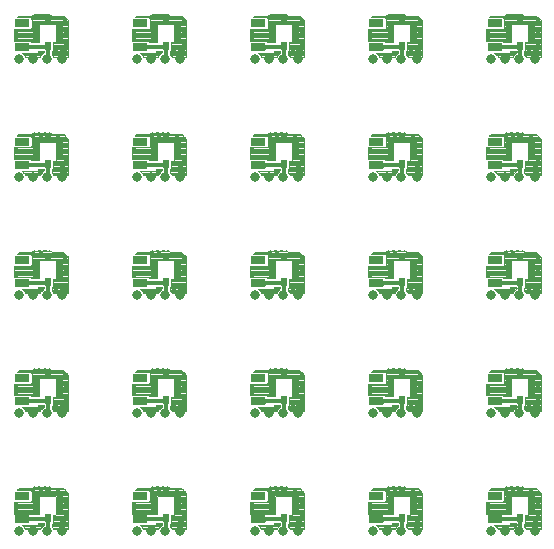
<source format=gtl>
G75*
%MOIN*%
%OFA0B0*%
%FSLAX25Y25*%
%IPPOS*%
%LPD*%
%AMOC8*
5,1,8,0,0,1.08239X$1,22.5*
%
%ADD10R,0.05118X0.02756*%
%ADD11R,0.01969X0.02756*%
%ADD12R,0.02362X0.05906*%
%ADD13R,0.01969X0.02362*%
%ADD14C,0.03169*%
%ADD15C,0.02375*%
%ADD16C,0.00787*%
%ADD17C,0.01575*%
%ADD18C,0.01457*%
%ADD19C,0.01587*%
%ADD20C,0.00400*%
D10*
X0043717Y0044268D03*
X0043717Y0052142D03*
X0043717Y0083638D03*
X0043717Y0091512D03*
X0043717Y0123008D03*
X0043717Y0130882D03*
X0043717Y0162378D03*
X0043717Y0170252D03*
X0043717Y0201748D03*
X0043717Y0209622D03*
X0083087Y0209622D03*
X0083087Y0201748D03*
X0083087Y0170252D03*
X0083087Y0162378D03*
X0083087Y0130882D03*
X0083087Y0123008D03*
X0083087Y0091512D03*
X0083087Y0083638D03*
X0083087Y0052142D03*
X0083087Y0044268D03*
X0122457Y0044268D03*
X0122457Y0052142D03*
X0122457Y0083638D03*
X0122457Y0091512D03*
X0122457Y0123008D03*
X0122457Y0130882D03*
X0122457Y0162378D03*
X0122457Y0170252D03*
X0122457Y0201748D03*
X0122457Y0209622D03*
X0161827Y0209622D03*
X0161827Y0201748D03*
X0161827Y0170252D03*
X0161827Y0162378D03*
X0161827Y0130882D03*
X0161827Y0123008D03*
X0161827Y0091512D03*
X0161827Y0083638D03*
X0161827Y0052142D03*
X0161827Y0044268D03*
X0201197Y0044268D03*
X0201197Y0052142D03*
X0201197Y0083638D03*
X0201197Y0091512D03*
X0201197Y0123008D03*
X0201197Y0130882D03*
X0201197Y0162378D03*
X0201197Y0170252D03*
X0201197Y0201748D03*
X0201197Y0209622D03*
D11*
X0209858Y0202181D03*
X0170488Y0202181D03*
X0170488Y0162811D03*
X0209858Y0162811D03*
X0209858Y0123441D03*
X0170488Y0123441D03*
X0170488Y0084071D03*
X0209858Y0084071D03*
X0209858Y0044701D03*
X0170488Y0044701D03*
X0131118Y0044701D03*
X0091748Y0044701D03*
X0052378Y0044701D03*
X0052378Y0084071D03*
X0052378Y0123441D03*
X0091748Y0123441D03*
X0131118Y0123441D03*
X0131118Y0084071D03*
X0091748Y0084071D03*
X0091748Y0162811D03*
X0052378Y0162811D03*
X0052378Y0202181D03*
X0091748Y0202181D03*
X0131118Y0202181D03*
X0131118Y0162811D03*
D12*
X0127181Y0167142D03*
X0135055Y0167142D03*
X0166551Y0167142D03*
X0174425Y0167142D03*
X0205921Y0167142D03*
X0213795Y0167142D03*
X0213795Y0127772D03*
X0205921Y0127772D03*
X0174425Y0127772D03*
X0166551Y0127772D03*
X0135055Y0127772D03*
X0127181Y0127772D03*
X0095685Y0127772D03*
X0087811Y0127772D03*
X0056315Y0127772D03*
X0048441Y0127772D03*
X0048441Y0167142D03*
X0056315Y0167142D03*
X0087811Y0167142D03*
X0095685Y0167142D03*
X0095685Y0206512D03*
X0087811Y0206512D03*
X0056315Y0206512D03*
X0048441Y0206512D03*
X0127181Y0206512D03*
X0135055Y0206512D03*
X0166551Y0206512D03*
X0174425Y0206512D03*
X0205921Y0206512D03*
X0213795Y0206512D03*
X0213795Y0088402D03*
X0205921Y0088402D03*
X0174425Y0088402D03*
X0166551Y0088402D03*
X0135055Y0088402D03*
X0127181Y0088402D03*
X0095685Y0088402D03*
X0087811Y0088402D03*
X0056315Y0088402D03*
X0048441Y0088402D03*
X0048441Y0049031D03*
X0056315Y0049031D03*
X0087811Y0049031D03*
X0095685Y0049031D03*
X0127181Y0049031D03*
X0135055Y0049031D03*
X0166551Y0049031D03*
X0174425Y0049031D03*
X0205921Y0049031D03*
X0213795Y0049031D03*
D13*
X0209858Y0052969D03*
X0170488Y0052969D03*
X0170488Y0092339D03*
X0170488Y0131709D03*
X0209858Y0131709D03*
X0209858Y0092339D03*
X0209858Y0171079D03*
X0170488Y0171079D03*
X0170488Y0210449D03*
X0209858Y0210449D03*
X0131118Y0210449D03*
X0091748Y0210449D03*
X0052378Y0210449D03*
X0052378Y0171079D03*
X0091748Y0171079D03*
X0131118Y0171079D03*
X0131118Y0131709D03*
X0091748Y0131709D03*
X0052378Y0131709D03*
X0052378Y0092339D03*
X0091748Y0092339D03*
X0131118Y0092339D03*
X0131118Y0052969D03*
X0091748Y0052969D03*
X0052378Y0052969D03*
D14*
X0042535Y0040370D03*
X0047260Y0040370D03*
X0051984Y0040370D03*
X0057102Y0040370D03*
X0081906Y0040370D03*
X0086630Y0040370D03*
X0091354Y0040370D03*
X0096472Y0040370D03*
X0121276Y0040370D03*
X0126000Y0040370D03*
X0130724Y0040370D03*
X0135843Y0040370D03*
X0160646Y0040370D03*
X0165370Y0040370D03*
X0170094Y0040370D03*
X0175213Y0040370D03*
X0200016Y0040370D03*
X0204740Y0040370D03*
X0209465Y0040370D03*
X0214583Y0040370D03*
X0214583Y0079740D03*
X0209465Y0079740D03*
X0204740Y0079740D03*
X0200016Y0079740D03*
X0175213Y0079740D03*
X0170094Y0079740D03*
X0165370Y0079740D03*
X0160646Y0079740D03*
X0135843Y0079740D03*
X0130724Y0079740D03*
X0126000Y0079740D03*
X0121276Y0079740D03*
X0096472Y0079740D03*
X0091354Y0079740D03*
X0086630Y0079740D03*
X0081906Y0079740D03*
X0057102Y0079740D03*
X0051984Y0079740D03*
X0047260Y0079740D03*
X0042535Y0079740D03*
X0042535Y0119110D03*
X0047260Y0119110D03*
X0051984Y0119110D03*
X0057102Y0119110D03*
X0081906Y0119110D03*
X0086630Y0119110D03*
X0091354Y0119110D03*
X0096472Y0119110D03*
X0121276Y0119110D03*
X0126000Y0119110D03*
X0130724Y0119110D03*
X0135843Y0119110D03*
X0160646Y0119110D03*
X0165370Y0119110D03*
X0170094Y0119110D03*
X0175213Y0119110D03*
X0200016Y0119110D03*
X0204740Y0119110D03*
X0209465Y0119110D03*
X0214583Y0119110D03*
X0214583Y0158480D03*
X0209465Y0158480D03*
X0204740Y0158480D03*
X0200016Y0158480D03*
X0175213Y0158480D03*
X0170094Y0158480D03*
X0165370Y0158480D03*
X0160646Y0158480D03*
X0135843Y0158480D03*
X0130724Y0158480D03*
X0126000Y0158480D03*
X0121276Y0158480D03*
X0096472Y0158480D03*
X0091354Y0158480D03*
X0086630Y0158480D03*
X0081906Y0158480D03*
X0057102Y0158480D03*
X0051984Y0158480D03*
X0047260Y0158480D03*
X0042535Y0158480D03*
X0042535Y0197850D03*
X0047260Y0197850D03*
X0051984Y0197850D03*
X0057102Y0197850D03*
X0081906Y0197850D03*
X0086630Y0197850D03*
X0091354Y0197850D03*
X0096472Y0197850D03*
X0121276Y0197850D03*
X0126000Y0197850D03*
X0130724Y0197850D03*
X0135843Y0197850D03*
X0160646Y0197850D03*
X0165370Y0197850D03*
X0170094Y0197850D03*
X0175213Y0197850D03*
X0200016Y0197850D03*
X0204740Y0197850D03*
X0209465Y0197850D03*
X0214583Y0197850D03*
D15*
X0200606Y0209465D03*
X0161236Y0209465D03*
X0121866Y0209465D03*
X0082496Y0209465D03*
X0043126Y0209465D03*
X0043126Y0170094D03*
X0043126Y0130724D03*
X0082496Y0130724D03*
X0082496Y0170094D03*
X0121866Y0170094D03*
X0121866Y0130724D03*
X0161236Y0130724D03*
X0200606Y0130724D03*
X0200606Y0170094D03*
X0161236Y0170094D03*
X0161236Y0091354D03*
X0161236Y0051984D03*
X0121866Y0051984D03*
X0121866Y0091354D03*
X0082496Y0091354D03*
X0082496Y0051984D03*
X0043126Y0051984D03*
X0043126Y0091354D03*
X0200606Y0091354D03*
X0200606Y0051984D03*
D16*
X0200016Y0052142D01*
X0201197Y0052142D01*
X0202575Y0044268D02*
X0202969Y0044307D01*
X0202575Y0083638D02*
X0202969Y0083677D01*
X0200606Y0091354D02*
X0200016Y0091512D01*
X0201197Y0091512D01*
X0202575Y0123008D02*
X0202969Y0123047D01*
X0200606Y0130724D02*
X0200016Y0130882D01*
X0201197Y0130882D01*
X0202575Y0162378D02*
X0202969Y0162417D01*
X0200606Y0170094D02*
X0200016Y0170252D01*
X0201197Y0170252D01*
X0202575Y0201748D02*
X0202969Y0201787D01*
X0200606Y0209465D02*
X0200016Y0209622D01*
X0201197Y0209622D01*
X0163598Y0201787D02*
X0163205Y0201748D01*
X0161236Y0209465D02*
X0160646Y0209622D01*
X0161827Y0209622D01*
X0124228Y0201787D02*
X0123835Y0201748D01*
X0121866Y0209465D02*
X0121276Y0209622D01*
X0122457Y0209622D01*
X0084858Y0201787D02*
X0084465Y0201748D01*
X0082496Y0209465D02*
X0081906Y0209622D01*
X0083087Y0209622D01*
X0045488Y0201787D02*
X0045094Y0201748D01*
X0043126Y0209465D02*
X0042535Y0209622D01*
X0043717Y0209622D01*
X0043717Y0170252D02*
X0042535Y0170252D01*
X0043126Y0170094D01*
X0045094Y0162378D02*
X0045488Y0162417D01*
X0043717Y0130882D02*
X0042535Y0130882D01*
X0043126Y0130724D01*
X0045094Y0123008D02*
X0045488Y0123047D01*
X0043717Y0091512D02*
X0042535Y0091512D01*
X0043126Y0091354D01*
X0045094Y0083638D02*
X0045488Y0083677D01*
X0043717Y0052142D02*
X0042535Y0052142D01*
X0043126Y0051984D01*
X0045094Y0044268D02*
X0045488Y0044307D01*
X0081906Y0052142D02*
X0082496Y0051984D01*
X0081906Y0052142D02*
X0083087Y0052142D01*
X0084465Y0044268D02*
X0084858Y0044307D01*
X0121276Y0052142D02*
X0121866Y0051984D01*
X0121276Y0052142D02*
X0122457Y0052142D01*
X0123835Y0044268D02*
X0124228Y0044307D01*
X0160646Y0052142D02*
X0161236Y0051984D01*
X0160646Y0052142D02*
X0161827Y0052142D01*
X0163205Y0044268D02*
X0163598Y0044307D01*
X0163205Y0083638D02*
X0163598Y0083677D01*
X0161236Y0091354D02*
X0160646Y0091512D01*
X0161827Y0091512D01*
X0163205Y0123008D02*
X0163598Y0123047D01*
X0161236Y0130724D02*
X0160646Y0130882D01*
X0161827Y0130882D01*
X0163205Y0162378D02*
X0163598Y0162417D01*
X0161236Y0170094D02*
X0160646Y0170252D01*
X0161827Y0170252D01*
X0124228Y0162417D02*
X0123835Y0162378D01*
X0121866Y0170094D02*
X0121276Y0170252D01*
X0122457Y0170252D01*
X0084858Y0162417D02*
X0084465Y0162378D01*
X0082496Y0170094D02*
X0081906Y0170252D01*
X0083087Y0170252D01*
X0083087Y0130882D02*
X0081906Y0130882D01*
X0082496Y0130724D01*
X0084465Y0123008D02*
X0084858Y0123047D01*
X0083087Y0091512D02*
X0081906Y0091512D01*
X0082496Y0091354D01*
X0084465Y0083638D02*
X0084858Y0083677D01*
X0121276Y0091512D02*
X0121866Y0091354D01*
X0121276Y0091512D02*
X0122457Y0091512D01*
X0123835Y0083638D02*
X0124228Y0083677D01*
X0123835Y0123008D02*
X0124228Y0123047D01*
X0121866Y0130724D02*
X0121276Y0130882D01*
X0122457Y0130882D01*
D17*
X0122496Y0123047D02*
X0124228Y0123047D01*
X0122496Y0123047D02*
X0122457Y0123008D01*
X0126000Y0119110D02*
X0126591Y0119701D01*
X0130685Y0123008D02*
X0131118Y0123441D01*
X0130724Y0123047D01*
X0135843Y0122260D02*
X0135843Y0119110D01*
X0136630Y0121472D02*
X0135843Y0122260D01*
X0161827Y0123008D02*
X0161866Y0123047D01*
X0163598Y0123047D01*
X0165961Y0119701D02*
X0165370Y0119110D01*
X0170055Y0123008D02*
X0170488Y0123441D01*
X0170094Y0123047D01*
X0175213Y0122260D02*
X0175213Y0119110D01*
X0176000Y0121472D02*
X0175213Y0122260D01*
X0201197Y0123008D02*
X0201236Y0123047D01*
X0202969Y0123047D01*
X0205331Y0119701D02*
X0204740Y0119110D01*
X0209425Y0123008D02*
X0209858Y0123441D01*
X0209465Y0123047D01*
X0214583Y0122260D02*
X0214583Y0119110D01*
X0215370Y0121472D02*
X0214583Y0122260D01*
X0214583Y0158480D02*
X0214583Y0161630D01*
X0215370Y0160843D01*
X0209858Y0162811D02*
X0209425Y0162378D01*
X0209465Y0162417D02*
X0209858Y0162811D01*
X0205331Y0159071D02*
X0204740Y0158480D01*
X0202969Y0162417D02*
X0201236Y0162417D01*
X0201197Y0162378D01*
X0176000Y0160843D02*
X0175213Y0161630D01*
X0175213Y0158480D01*
X0170488Y0162811D02*
X0170055Y0162378D01*
X0170094Y0162417D02*
X0170488Y0162811D01*
X0165961Y0159071D02*
X0165370Y0158480D01*
X0163598Y0162417D02*
X0161866Y0162417D01*
X0161827Y0162378D01*
X0136630Y0160843D02*
X0135843Y0161630D01*
X0135843Y0158480D01*
X0131118Y0162811D02*
X0130685Y0162378D01*
X0130724Y0162417D02*
X0131118Y0162811D01*
X0126591Y0159071D02*
X0126000Y0158480D01*
X0124228Y0162417D02*
X0122496Y0162417D01*
X0122457Y0162378D01*
X0097260Y0160843D02*
X0096472Y0161630D01*
X0096472Y0158480D01*
X0091748Y0162811D02*
X0091315Y0162378D01*
X0091354Y0162417D02*
X0091748Y0162811D01*
X0087220Y0159071D02*
X0086630Y0158480D01*
X0084858Y0162417D02*
X0083126Y0162417D01*
X0083087Y0162378D01*
X0057890Y0160843D02*
X0057102Y0161630D01*
X0057102Y0158480D01*
X0052378Y0162811D02*
X0051945Y0162378D01*
X0051984Y0162417D02*
X0052378Y0162811D01*
X0047850Y0159071D02*
X0047260Y0158480D01*
X0045488Y0162417D02*
X0043756Y0162417D01*
X0043717Y0162378D01*
X0047260Y0197850D02*
X0047850Y0198441D01*
X0045488Y0201787D02*
X0043756Y0201787D01*
X0043717Y0201748D01*
X0051945Y0201748D02*
X0052378Y0202181D01*
X0051984Y0201787D01*
X0057102Y0201000D02*
X0057102Y0197850D01*
X0057890Y0200213D02*
X0057102Y0201000D01*
X0083087Y0201748D02*
X0083126Y0201787D01*
X0084858Y0201787D01*
X0087220Y0198441D02*
X0086630Y0197850D01*
X0091315Y0201748D02*
X0091748Y0202181D01*
X0091354Y0201787D01*
X0096472Y0201000D02*
X0096472Y0197850D01*
X0097260Y0200213D02*
X0096472Y0201000D01*
X0122457Y0201748D02*
X0122496Y0201787D01*
X0124228Y0201787D01*
X0126591Y0198441D02*
X0126000Y0197850D01*
X0130685Y0201748D02*
X0131118Y0202181D01*
X0130724Y0201787D01*
X0135843Y0201000D02*
X0135843Y0197850D01*
X0136630Y0200213D02*
X0135843Y0201000D01*
X0161827Y0201748D02*
X0161866Y0201787D01*
X0163598Y0201787D01*
X0165961Y0198441D02*
X0165370Y0197850D01*
X0170055Y0201748D02*
X0170488Y0202181D01*
X0170094Y0201787D01*
X0175213Y0201000D02*
X0175213Y0197850D01*
X0176000Y0200213D02*
X0175213Y0201000D01*
X0201197Y0201748D02*
X0201236Y0201787D01*
X0202969Y0201787D01*
X0205331Y0198441D02*
X0204740Y0197850D01*
X0209425Y0201748D02*
X0209858Y0202181D01*
X0209465Y0201787D01*
X0214583Y0201000D02*
X0214583Y0197850D01*
X0215370Y0200213D02*
X0214583Y0201000D01*
X0209858Y0084071D02*
X0209425Y0083638D01*
X0209465Y0083677D02*
X0209858Y0084071D01*
X0214583Y0082890D02*
X0214583Y0079740D01*
X0215370Y0082102D02*
X0214583Y0082890D01*
X0205331Y0080331D02*
X0204740Y0079740D01*
X0202969Y0083677D02*
X0201236Y0083677D01*
X0201197Y0083638D01*
X0176000Y0082102D02*
X0175213Y0082890D01*
X0175213Y0079740D01*
X0170488Y0084071D02*
X0170055Y0083638D01*
X0170094Y0083677D02*
X0170488Y0084071D01*
X0165961Y0080331D02*
X0165370Y0079740D01*
X0163598Y0083677D02*
X0161866Y0083677D01*
X0161827Y0083638D01*
X0136630Y0082102D02*
X0135843Y0082890D01*
X0135843Y0079740D01*
X0131118Y0084071D02*
X0130685Y0083638D01*
X0130724Y0083677D02*
X0131118Y0084071D01*
X0126591Y0080331D02*
X0126000Y0079740D01*
X0124228Y0083677D02*
X0122496Y0083677D01*
X0122457Y0083638D01*
X0097260Y0082102D02*
X0096472Y0082890D01*
X0096472Y0079740D01*
X0091748Y0084071D02*
X0091315Y0083638D01*
X0091354Y0083677D02*
X0091748Y0084071D01*
X0087220Y0080331D02*
X0086630Y0079740D01*
X0084858Y0083677D02*
X0083126Y0083677D01*
X0083087Y0083638D01*
X0057890Y0082102D02*
X0057102Y0082890D01*
X0057102Y0079740D01*
X0052378Y0084071D02*
X0051945Y0083638D01*
X0051984Y0083677D02*
X0052378Y0084071D01*
X0047850Y0080331D02*
X0047260Y0079740D01*
X0045488Y0083677D02*
X0043756Y0083677D01*
X0043717Y0083638D01*
X0047260Y0119110D02*
X0047850Y0119701D01*
X0045488Y0123047D02*
X0043756Y0123047D01*
X0043717Y0123008D01*
X0051945Y0123008D02*
X0052378Y0123441D01*
X0051984Y0123047D01*
X0057102Y0122260D02*
X0057102Y0119110D01*
X0057890Y0121472D02*
X0057102Y0122260D01*
X0083087Y0123008D02*
X0083126Y0123047D01*
X0084858Y0123047D01*
X0087220Y0119701D02*
X0086630Y0119110D01*
X0091315Y0123008D02*
X0091748Y0123441D01*
X0091354Y0123047D01*
X0096472Y0122260D02*
X0096472Y0119110D01*
X0097260Y0121472D02*
X0096472Y0122260D01*
X0091748Y0044701D02*
X0091315Y0044268D01*
X0091354Y0044307D02*
X0091748Y0044701D01*
X0096472Y0043520D02*
X0096472Y0040370D01*
X0097260Y0042732D02*
X0096472Y0043520D01*
X0087220Y0040961D02*
X0086630Y0040370D01*
X0084858Y0044307D02*
X0083126Y0044307D01*
X0083087Y0044268D01*
X0057890Y0042732D02*
X0057102Y0043520D01*
X0057102Y0040370D01*
X0052378Y0044701D02*
X0051945Y0044268D01*
X0051984Y0044307D02*
X0052378Y0044701D01*
X0047850Y0040961D02*
X0047260Y0040370D01*
X0045488Y0044307D02*
X0043756Y0044307D01*
X0043717Y0044268D01*
X0122457Y0044268D02*
X0122496Y0044307D01*
X0124228Y0044307D01*
X0126591Y0040961D02*
X0126000Y0040370D01*
X0130685Y0044268D02*
X0131118Y0044701D01*
X0130724Y0044307D01*
X0135843Y0043520D02*
X0135843Y0040370D01*
X0136630Y0042732D02*
X0135843Y0043520D01*
X0161827Y0044268D02*
X0161866Y0044307D01*
X0163598Y0044307D01*
X0165961Y0040961D02*
X0165370Y0040370D01*
X0170055Y0044268D02*
X0170488Y0044701D01*
X0170094Y0044307D01*
X0175213Y0043520D02*
X0175213Y0040370D01*
X0176000Y0042732D02*
X0175213Y0043520D01*
X0201197Y0044268D02*
X0201236Y0044307D01*
X0202969Y0044307D01*
X0205331Y0040961D02*
X0204740Y0040370D01*
X0209425Y0044268D02*
X0209858Y0044701D01*
X0209465Y0044307D01*
X0214583Y0043520D02*
X0214583Y0040370D01*
X0215370Y0042732D02*
X0214583Y0043520D01*
D18*
X0209858Y0044701D02*
X0209858Y0040764D01*
X0209859Y0040764D02*
X0209857Y0040725D01*
X0209851Y0040687D01*
X0209842Y0040650D01*
X0209829Y0040613D01*
X0209812Y0040578D01*
X0209793Y0040545D01*
X0209770Y0040514D01*
X0209744Y0040485D01*
X0209715Y0040459D01*
X0209684Y0040436D01*
X0209651Y0040417D01*
X0209616Y0040400D01*
X0209579Y0040387D01*
X0209542Y0040378D01*
X0209504Y0040372D01*
X0209465Y0040370D01*
X0209425Y0044268D02*
X0202575Y0044268D01*
X0170488Y0044701D02*
X0170488Y0040764D01*
X0170486Y0040725D01*
X0170480Y0040687D01*
X0170471Y0040650D01*
X0170458Y0040613D01*
X0170441Y0040578D01*
X0170422Y0040545D01*
X0170399Y0040514D01*
X0170373Y0040485D01*
X0170344Y0040459D01*
X0170313Y0040436D01*
X0170280Y0040417D01*
X0170245Y0040400D01*
X0170208Y0040387D01*
X0170171Y0040378D01*
X0170133Y0040372D01*
X0170094Y0040370D01*
X0170055Y0044268D02*
X0163205Y0044268D01*
X0131118Y0044701D02*
X0131118Y0040764D01*
X0131116Y0040725D01*
X0131110Y0040687D01*
X0131101Y0040650D01*
X0131088Y0040613D01*
X0131071Y0040578D01*
X0131052Y0040545D01*
X0131029Y0040514D01*
X0131003Y0040485D01*
X0130974Y0040459D01*
X0130943Y0040436D01*
X0130910Y0040417D01*
X0130875Y0040400D01*
X0130838Y0040387D01*
X0130801Y0040378D01*
X0130763Y0040372D01*
X0130724Y0040370D01*
X0130685Y0044268D02*
X0123835Y0044268D01*
X0091748Y0044701D02*
X0091748Y0040764D01*
X0091746Y0040725D01*
X0091740Y0040687D01*
X0091731Y0040650D01*
X0091718Y0040613D01*
X0091701Y0040578D01*
X0091682Y0040545D01*
X0091659Y0040514D01*
X0091633Y0040485D01*
X0091604Y0040459D01*
X0091573Y0040436D01*
X0091540Y0040417D01*
X0091505Y0040400D01*
X0091468Y0040387D01*
X0091431Y0040378D01*
X0091393Y0040372D01*
X0091354Y0040370D01*
X0091315Y0044268D02*
X0084465Y0044268D01*
X0052378Y0044701D02*
X0052378Y0040764D01*
X0052376Y0040725D01*
X0052370Y0040687D01*
X0052361Y0040650D01*
X0052348Y0040613D01*
X0052331Y0040578D01*
X0052312Y0040545D01*
X0052289Y0040514D01*
X0052263Y0040485D01*
X0052234Y0040459D01*
X0052203Y0040436D01*
X0052170Y0040417D01*
X0052135Y0040400D01*
X0052098Y0040387D01*
X0052061Y0040378D01*
X0052023Y0040372D01*
X0051984Y0040370D01*
X0051945Y0044268D02*
X0045094Y0044268D01*
X0051984Y0079740D02*
X0052023Y0079742D01*
X0052061Y0079748D01*
X0052098Y0079757D01*
X0052135Y0079770D01*
X0052170Y0079787D01*
X0052203Y0079806D01*
X0052234Y0079829D01*
X0052263Y0079855D01*
X0052289Y0079884D01*
X0052312Y0079915D01*
X0052331Y0079948D01*
X0052348Y0079983D01*
X0052361Y0080020D01*
X0052370Y0080057D01*
X0052376Y0080095D01*
X0052378Y0080134D01*
X0052378Y0084071D01*
X0051945Y0083638D02*
X0045094Y0083638D01*
X0051984Y0119110D02*
X0052023Y0119112D01*
X0052061Y0119118D01*
X0052098Y0119127D01*
X0052135Y0119140D01*
X0052170Y0119157D01*
X0052203Y0119176D01*
X0052234Y0119199D01*
X0052263Y0119225D01*
X0052289Y0119254D01*
X0052312Y0119285D01*
X0052331Y0119318D01*
X0052348Y0119353D01*
X0052361Y0119390D01*
X0052370Y0119427D01*
X0052376Y0119465D01*
X0052378Y0119504D01*
X0052378Y0123441D01*
X0051945Y0123008D02*
X0045094Y0123008D01*
X0051984Y0158480D02*
X0052023Y0158482D01*
X0052061Y0158488D01*
X0052098Y0158497D01*
X0052135Y0158510D01*
X0052170Y0158527D01*
X0052203Y0158546D01*
X0052234Y0158569D01*
X0052263Y0158595D01*
X0052289Y0158624D01*
X0052312Y0158655D01*
X0052331Y0158688D01*
X0052348Y0158723D01*
X0052361Y0158760D01*
X0052370Y0158797D01*
X0052376Y0158835D01*
X0052378Y0158874D01*
X0052378Y0162811D01*
X0051945Y0162378D02*
X0045094Y0162378D01*
X0051984Y0197850D02*
X0052023Y0197852D01*
X0052061Y0197858D01*
X0052098Y0197867D01*
X0052135Y0197880D01*
X0052170Y0197897D01*
X0052203Y0197916D01*
X0052234Y0197939D01*
X0052263Y0197965D01*
X0052289Y0197994D01*
X0052312Y0198025D01*
X0052331Y0198058D01*
X0052348Y0198093D01*
X0052361Y0198130D01*
X0052370Y0198167D01*
X0052376Y0198205D01*
X0052378Y0198244D01*
X0052378Y0202181D01*
X0051945Y0201748D02*
X0045094Y0201748D01*
X0084465Y0201748D02*
X0091315Y0201748D01*
X0091748Y0202181D02*
X0091748Y0198244D01*
X0091746Y0198205D01*
X0091740Y0198167D01*
X0091731Y0198130D01*
X0091718Y0198093D01*
X0091701Y0198058D01*
X0091682Y0198025D01*
X0091659Y0197994D01*
X0091633Y0197965D01*
X0091604Y0197939D01*
X0091573Y0197916D01*
X0091540Y0197897D01*
X0091505Y0197880D01*
X0091468Y0197867D01*
X0091431Y0197858D01*
X0091393Y0197852D01*
X0091354Y0197850D01*
X0123835Y0201748D02*
X0130685Y0201748D01*
X0131118Y0202181D02*
X0131118Y0198244D01*
X0131116Y0198205D01*
X0131110Y0198167D01*
X0131101Y0198130D01*
X0131088Y0198093D01*
X0131071Y0198058D01*
X0131052Y0198025D01*
X0131029Y0197994D01*
X0131003Y0197965D01*
X0130974Y0197939D01*
X0130943Y0197916D01*
X0130910Y0197897D01*
X0130875Y0197880D01*
X0130838Y0197867D01*
X0130801Y0197858D01*
X0130763Y0197852D01*
X0130724Y0197850D01*
X0163205Y0201748D02*
X0170055Y0201748D01*
X0170488Y0202181D02*
X0170488Y0198244D01*
X0170486Y0198205D01*
X0170480Y0198167D01*
X0170471Y0198130D01*
X0170458Y0198093D01*
X0170441Y0198058D01*
X0170422Y0198025D01*
X0170399Y0197994D01*
X0170373Y0197965D01*
X0170344Y0197939D01*
X0170313Y0197916D01*
X0170280Y0197897D01*
X0170245Y0197880D01*
X0170208Y0197867D01*
X0170171Y0197858D01*
X0170133Y0197852D01*
X0170094Y0197850D01*
X0202575Y0201748D02*
X0209425Y0201748D01*
X0209858Y0202181D02*
X0209858Y0198244D01*
X0209859Y0198244D02*
X0209857Y0198205D01*
X0209851Y0198167D01*
X0209842Y0198130D01*
X0209829Y0198093D01*
X0209812Y0198058D01*
X0209793Y0198025D01*
X0209770Y0197994D01*
X0209744Y0197965D01*
X0209715Y0197939D01*
X0209684Y0197916D01*
X0209651Y0197897D01*
X0209616Y0197880D01*
X0209579Y0197867D01*
X0209542Y0197858D01*
X0209504Y0197852D01*
X0209465Y0197850D01*
X0209858Y0162811D02*
X0209858Y0158874D01*
X0209859Y0158874D02*
X0209857Y0158835D01*
X0209851Y0158797D01*
X0209842Y0158760D01*
X0209829Y0158723D01*
X0209812Y0158688D01*
X0209793Y0158655D01*
X0209770Y0158624D01*
X0209744Y0158595D01*
X0209715Y0158569D01*
X0209684Y0158546D01*
X0209651Y0158527D01*
X0209616Y0158510D01*
X0209579Y0158497D01*
X0209542Y0158488D01*
X0209504Y0158482D01*
X0209465Y0158480D01*
X0209425Y0162378D02*
X0202575Y0162378D01*
X0170488Y0162811D02*
X0170488Y0158874D01*
X0170486Y0158835D01*
X0170480Y0158797D01*
X0170471Y0158760D01*
X0170458Y0158723D01*
X0170441Y0158688D01*
X0170422Y0158655D01*
X0170399Y0158624D01*
X0170373Y0158595D01*
X0170344Y0158569D01*
X0170313Y0158546D01*
X0170280Y0158527D01*
X0170245Y0158510D01*
X0170208Y0158497D01*
X0170171Y0158488D01*
X0170133Y0158482D01*
X0170094Y0158480D01*
X0170055Y0162378D02*
X0163205Y0162378D01*
X0131118Y0162811D02*
X0131118Y0158874D01*
X0131116Y0158835D01*
X0131110Y0158797D01*
X0131101Y0158760D01*
X0131088Y0158723D01*
X0131071Y0158688D01*
X0131052Y0158655D01*
X0131029Y0158624D01*
X0131003Y0158595D01*
X0130974Y0158569D01*
X0130943Y0158546D01*
X0130910Y0158527D01*
X0130875Y0158510D01*
X0130838Y0158497D01*
X0130801Y0158488D01*
X0130763Y0158482D01*
X0130724Y0158480D01*
X0130685Y0162378D02*
X0123835Y0162378D01*
X0091748Y0162811D02*
X0091748Y0158874D01*
X0091746Y0158835D01*
X0091740Y0158797D01*
X0091731Y0158760D01*
X0091718Y0158723D01*
X0091701Y0158688D01*
X0091682Y0158655D01*
X0091659Y0158624D01*
X0091633Y0158595D01*
X0091604Y0158569D01*
X0091573Y0158546D01*
X0091540Y0158527D01*
X0091505Y0158510D01*
X0091468Y0158497D01*
X0091431Y0158488D01*
X0091393Y0158482D01*
X0091354Y0158480D01*
X0091315Y0162378D02*
X0084465Y0162378D01*
X0084465Y0123008D02*
X0091315Y0123008D01*
X0091748Y0123441D02*
X0091748Y0119504D01*
X0091746Y0119465D01*
X0091740Y0119427D01*
X0091731Y0119390D01*
X0091718Y0119353D01*
X0091701Y0119318D01*
X0091682Y0119285D01*
X0091659Y0119254D01*
X0091633Y0119225D01*
X0091604Y0119199D01*
X0091573Y0119176D01*
X0091540Y0119157D01*
X0091505Y0119140D01*
X0091468Y0119127D01*
X0091431Y0119118D01*
X0091393Y0119112D01*
X0091354Y0119110D01*
X0123835Y0123008D02*
X0130685Y0123008D01*
X0131118Y0123441D02*
X0131118Y0119504D01*
X0131116Y0119465D01*
X0131110Y0119427D01*
X0131101Y0119390D01*
X0131088Y0119353D01*
X0131071Y0119318D01*
X0131052Y0119285D01*
X0131029Y0119254D01*
X0131003Y0119225D01*
X0130974Y0119199D01*
X0130943Y0119176D01*
X0130910Y0119157D01*
X0130875Y0119140D01*
X0130838Y0119127D01*
X0130801Y0119118D01*
X0130763Y0119112D01*
X0130724Y0119110D01*
X0163205Y0123008D02*
X0170055Y0123008D01*
X0170488Y0123441D02*
X0170488Y0119504D01*
X0170486Y0119465D01*
X0170480Y0119427D01*
X0170471Y0119390D01*
X0170458Y0119353D01*
X0170441Y0119318D01*
X0170422Y0119285D01*
X0170399Y0119254D01*
X0170373Y0119225D01*
X0170344Y0119199D01*
X0170313Y0119176D01*
X0170280Y0119157D01*
X0170245Y0119140D01*
X0170208Y0119127D01*
X0170171Y0119118D01*
X0170133Y0119112D01*
X0170094Y0119110D01*
X0202575Y0123008D02*
X0209425Y0123008D01*
X0209858Y0123441D02*
X0209858Y0119504D01*
X0209859Y0119504D02*
X0209857Y0119465D01*
X0209851Y0119427D01*
X0209842Y0119390D01*
X0209829Y0119353D01*
X0209812Y0119318D01*
X0209793Y0119285D01*
X0209770Y0119254D01*
X0209744Y0119225D01*
X0209715Y0119199D01*
X0209684Y0119176D01*
X0209651Y0119157D01*
X0209616Y0119140D01*
X0209579Y0119127D01*
X0209542Y0119118D01*
X0209504Y0119112D01*
X0209465Y0119110D01*
X0209858Y0084071D02*
X0209858Y0080134D01*
X0209859Y0080134D02*
X0209857Y0080095D01*
X0209851Y0080057D01*
X0209842Y0080020D01*
X0209829Y0079983D01*
X0209812Y0079948D01*
X0209793Y0079915D01*
X0209770Y0079884D01*
X0209744Y0079855D01*
X0209715Y0079829D01*
X0209684Y0079806D01*
X0209651Y0079787D01*
X0209616Y0079770D01*
X0209579Y0079757D01*
X0209542Y0079748D01*
X0209504Y0079742D01*
X0209465Y0079740D01*
X0209425Y0083638D02*
X0202575Y0083638D01*
X0170488Y0084071D02*
X0170488Y0080134D01*
X0170486Y0080095D01*
X0170480Y0080057D01*
X0170471Y0080020D01*
X0170458Y0079983D01*
X0170441Y0079948D01*
X0170422Y0079915D01*
X0170399Y0079884D01*
X0170373Y0079855D01*
X0170344Y0079829D01*
X0170313Y0079806D01*
X0170280Y0079787D01*
X0170245Y0079770D01*
X0170208Y0079757D01*
X0170171Y0079748D01*
X0170133Y0079742D01*
X0170094Y0079740D01*
X0170055Y0083638D02*
X0163205Y0083638D01*
X0131118Y0084071D02*
X0131118Y0080134D01*
X0131116Y0080095D01*
X0131110Y0080057D01*
X0131101Y0080020D01*
X0131088Y0079983D01*
X0131071Y0079948D01*
X0131052Y0079915D01*
X0131029Y0079884D01*
X0131003Y0079855D01*
X0130974Y0079829D01*
X0130943Y0079806D01*
X0130910Y0079787D01*
X0130875Y0079770D01*
X0130838Y0079757D01*
X0130801Y0079748D01*
X0130763Y0079742D01*
X0130724Y0079740D01*
X0130685Y0083638D02*
X0123835Y0083638D01*
X0091748Y0084071D02*
X0091748Y0080134D01*
X0091746Y0080095D01*
X0091740Y0080057D01*
X0091731Y0080020D01*
X0091718Y0079983D01*
X0091701Y0079948D01*
X0091682Y0079915D01*
X0091659Y0079884D01*
X0091633Y0079855D01*
X0091604Y0079829D01*
X0091573Y0079806D01*
X0091540Y0079787D01*
X0091505Y0079770D01*
X0091468Y0079757D01*
X0091431Y0079748D01*
X0091393Y0079742D01*
X0091354Y0079740D01*
X0091315Y0083638D02*
X0084465Y0083638D01*
D19*
X0084858Y0083677D03*
X0088205Y0086276D03*
X0087969Y0088520D03*
X0087811Y0090764D03*
X0086866Y0093441D03*
X0089386Y0093441D03*
X0095213Y0093480D03*
X0095488Y0090961D03*
X0097535Y0092339D03*
X0097654Y0088402D03*
X0095606Y0088480D03*
X0095409Y0086354D03*
X0097654Y0084661D03*
X0097260Y0082102D03*
X0094504Y0082102D03*
X0088992Y0081709D03*
X0080961Y0086433D03*
X0080961Y0088874D03*
X0058283Y0088402D03*
X0056236Y0088480D03*
X0056039Y0086354D03*
X0058283Y0084661D03*
X0057890Y0082102D03*
X0055134Y0082102D03*
X0049622Y0081709D03*
X0048835Y0086276D03*
X0048598Y0088520D03*
X0048441Y0090764D03*
X0047496Y0093441D03*
X0050016Y0093441D03*
X0055843Y0093480D03*
X0056118Y0090961D03*
X0058165Y0092339D03*
X0045488Y0083677D03*
X0041591Y0086433D03*
X0041591Y0088874D03*
X0049622Y0121079D03*
X0045488Y0123047D03*
X0048835Y0125646D03*
X0048598Y0127890D03*
X0048441Y0130134D03*
X0047496Y0132811D03*
X0050016Y0132811D03*
X0055843Y0132850D03*
X0056118Y0130331D03*
X0058165Y0131709D03*
X0058283Y0127772D03*
X0056236Y0127850D03*
X0056039Y0125724D03*
X0058283Y0124031D03*
X0057890Y0121472D03*
X0055134Y0121472D03*
X0041591Y0125803D03*
X0041591Y0128244D03*
X0049622Y0160449D03*
X0048835Y0165016D03*
X0048598Y0167260D03*
X0048441Y0169504D03*
X0047496Y0172181D03*
X0050016Y0172181D03*
X0055843Y0172220D03*
X0056118Y0169701D03*
X0058165Y0171079D03*
X0058283Y0167142D03*
X0056236Y0167220D03*
X0056039Y0165094D03*
X0058283Y0163402D03*
X0057890Y0160843D03*
X0055134Y0160843D03*
X0045488Y0162417D03*
X0041591Y0165173D03*
X0041591Y0167614D03*
X0049622Y0199819D03*
X0045488Y0201787D03*
X0048835Y0204386D03*
X0048598Y0206630D03*
X0048441Y0208874D03*
X0047496Y0211551D03*
X0050016Y0211551D03*
X0055843Y0211591D03*
X0056118Y0209071D03*
X0058165Y0210449D03*
X0058283Y0206512D03*
X0056236Y0206591D03*
X0056039Y0204465D03*
X0058283Y0202772D03*
X0057890Y0200213D03*
X0055134Y0200213D03*
X0041591Y0204543D03*
X0041591Y0206984D03*
X0080961Y0206984D03*
X0080961Y0204543D03*
X0084858Y0201787D03*
X0088205Y0204386D03*
X0087969Y0206630D03*
X0087811Y0208874D03*
X0086866Y0211551D03*
X0089386Y0211551D03*
X0095213Y0211591D03*
X0095488Y0209071D03*
X0097535Y0210449D03*
X0097654Y0206512D03*
X0095606Y0206591D03*
X0095409Y0204465D03*
X0097654Y0202772D03*
X0097260Y0200213D03*
X0094504Y0200213D03*
X0088992Y0199819D03*
X0089386Y0172181D03*
X0086866Y0172181D03*
X0087811Y0169504D03*
X0087969Y0167260D03*
X0088205Y0165016D03*
X0088992Y0160449D03*
X0084858Y0162417D03*
X0080961Y0165173D03*
X0080961Y0167614D03*
X0095409Y0165094D03*
X0095606Y0167220D03*
X0097654Y0167142D03*
X0095488Y0169701D03*
X0097535Y0171079D03*
X0095213Y0172220D03*
X0097654Y0163402D03*
X0097260Y0160843D03*
X0094504Y0160843D03*
X0120331Y0165173D03*
X0120331Y0167614D03*
X0124228Y0162417D03*
X0127575Y0165016D03*
X0127339Y0167260D03*
X0127181Y0169504D03*
X0126236Y0172181D03*
X0128756Y0172181D03*
X0134583Y0172220D03*
X0134858Y0169701D03*
X0136906Y0171079D03*
X0137024Y0167142D03*
X0134976Y0167220D03*
X0134780Y0165094D03*
X0137024Y0163402D03*
X0136630Y0160843D03*
X0133874Y0160843D03*
X0128362Y0160449D03*
X0128756Y0132811D03*
X0126236Y0132811D03*
X0127181Y0130134D03*
X0127339Y0127890D03*
X0127575Y0125646D03*
X0124228Y0123047D03*
X0128362Y0121079D03*
X0133874Y0121472D03*
X0136630Y0121472D03*
X0137024Y0124031D03*
X0134780Y0125724D03*
X0134976Y0127850D03*
X0137024Y0127772D03*
X0134858Y0130331D03*
X0136906Y0131709D03*
X0134583Y0132850D03*
X0120331Y0128244D03*
X0120331Y0125803D03*
X0097654Y0124031D03*
X0097260Y0121472D03*
X0094504Y0121472D03*
X0095409Y0125724D03*
X0095606Y0127850D03*
X0097654Y0127772D03*
X0095488Y0130331D03*
X0097535Y0131709D03*
X0095213Y0132850D03*
X0089386Y0132811D03*
X0086866Y0132811D03*
X0087811Y0130134D03*
X0087969Y0127890D03*
X0088205Y0125646D03*
X0084858Y0123047D03*
X0080961Y0125803D03*
X0080961Y0128244D03*
X0088992Y0121079D03*
X0120331Y0088874D03*
X0120331Y0086433D03*
X0124228Y0083677D03*
X0127575Y0086276D03*
X0127339Y0088520D03*
X0127181Y0090764D03*
X0126236Y0093441D03*
X0128756Y0093441D03*
X0134583Y0093480D03*
X0134858Y0090961D03*
X0136906Y0092339D03*
X0137024Y0088402D03*
X0134976Y0088480D03*
X0134780Y0086354D03*
X0137024Y0084661D03*
X0136630Y0082102D03*
X0133874Y0082102D03*
X0128362Y0081709D03*
X0128756Y0054071D03*
X0126236Y0054071D03*
X0127181Y0051394D03*
X0127339Y0049150D03*
X0127575Y0046906D03*
X0124228Y0044307D03*
X0128362Y0042339D03*
X0133874Y0042732D03*
X0136630Y0042732D03*
X0137024Y0045291D03*
X0134780Y0046984D03*
X0134976Y0049110D03*
X0137024Y0049031D03*
X0134858Y0051591D03*
X0136906Y0052969D03*
X0134583Y0054110D03*
X0120331Y0049504D03*
X0120331Y0047063D03*
X0097654Y0045291D03*
X0097260Y0042732D03*
X0094504Y0042732D03*
X0095409Y0046984D03*
X0095606Y0049110D03*
X0097654Y0049031D03*
X0095488Y0051591D03*
X0097535Y0052969D03*
X0095213Y0054110D03*
X0089386Y0054071D03*
X0086866Y0054071D03*
X0087811Y0051394D03*
X0087969Y0049150D03*
X0088205Y0046906D03*
X0084858Y0044307D03*
X0080961Y0047063D03*
X0080961Y0049504D03*
X0088992Y0042339D03*
X0058283Y0045291D03*
X0057890Y0042732D03*
X0055134Y0042732D03*
X0056039Y0046984D03*
X0056236Y0049110D03*
X0058283Y0049031D03*
X0056118Y0051591D03*
X0058165Y0052969D03*
X0055843Y0054110D03*
X0050016Y0054071D03*
X0047496Y0054071D03*
X0048441Y0051394D03*
X0048598Y0049150D03*
X0048835Y0046906D03*
X0045488Y0044307D03*
X0041591Y0047063D03*
X0041591Y0049504D03*
X0049622Y0042339D03*
X0159701Y0047063D03*
X0159701Y0049504D03*
X0163598Y0044307D03*
X0166945Y0046906D03*
X0166709Y0049150D03*
X0166551Y0051394D03*
X0165606Y0054071D03*
X0168126Y0054071D03*
X0173953Y0054110D03*
X0174228Y0051591D03*
X0176276Y0052969D03*
X0176394Y0049031D03*
X0174346Y0049110D03*
X0174150Y0046984D03*
X0176394Y0045291D03*
X0176000Y0042732D03*
X0173244Y0042732D03*
X0167732Y0042339D03*
X0199071Y0047063D03*
X0199071Y0049504D03*
X0202969Y0044307D03*
X0206315Y0046906D03*
X0206079Y0049150D03*
X0205921Y0051394D03*
X0204976Y0054071D03*
X0207496Y0054071D03*
X0213323Y0054110D03*
X0213598Y0051591D03*
X0215646Y0052969D03*
X0215764Y0049031D03*
X0213717Y0049110D03*
X0213520Y0046984D03*
X0215764Y0045291D03*
X0215370Y0042732D03*
X0212614Y0042732D03*
X0207102Y0042339D03*
X0207102Y0081709D03*
X0206315Y0086276D03*
X0206079Y0088520D03*
X0205921Y0090764D03*
X0204976Y0093441D03*
X0207496Y0093441D03*
X0213323Y0093480D03*
X0213598Y0090961D03*
X0215646Y0092339D03*
X0215764Y0088402D03*
X0213717Y0088480D03*
X0213520Y0086354D03*
X0215764Y0084661D03*
X0215370Y0082102D03*
X0212614Y0082102D03*
X0202969Y0083677D03*
X0199071Y0086433D03*
X0199071Y0088874D03*
X0176394Y0088402D03*
X0174346Y0088480D03*
X0174150Y0086354D03*
X0176394Y0084661D03*
X0176000Y0082102D03*
X0173244Y0082102D03*
X0167732Y0081709D03*
X0166945Y0086276D03*
X0166709Y0088520D03*
X0166551Y0090764D03*
X0165606Y0093441D03*
X0168126Y0093441D03*
X0173953Y0093480D03*
X0174228Y0090961D03*
X0176276Y0092339D03*
X0163598Y0083677D03*
X0159701Y0086433D03*
X0159701Y0088874D03*
X0167732Y0121079D03*
X0163598Y0123047D03*
X0166945Y0125646D03*
X0166709Y0127890D03*
X0166551Y0130134D03*
X0165606Y0132811D03*
X0168126Y0132811D03*
X0173953Y0132850D03*
X0174228Y0130331D03*
X0176276Y0131709D03*
X0176394Y0127772D03*
X0174346Y0127850D03*
X0174150Y0125724D03*
X0176394Y0124031D03*
X0176000Y0121472D03*
X0173244Y0121472D03*
X0159701Y0125803D03*
X0159701Y0128244D03*
X0167732Y0160449D03*
X0166945Y0165016D03*
X0166709Y0167260D03*
X0166551Y0169504D03*
X0165606Y0172181D03*
X0168126Y0172181D03*
X0173953Y0172220D03*
X0174228Y0169701D03*
X0176276Y0171079D03*
X0176394Y0167142D03*
X0174346Y0167220D03*
X0174150Y0165094D03*
X0176394Y0163402D03*
X0176000Y0160843D03*
X0173244Y0160843D03*
X0163598Y0162417D03*
X0159701Y0165173D03*
X0159701Y0167614D03*
X0167732Y0199819D03*
X0163598Y0201787D03*
X0166945Y0204386D03*
X0166709Y0206630D03*
X0166551Y0208874D03*
X0165606Y0211551D03*
X0168126Y0211551D03*
X0173953Y0211591D03*
X0174228Y0209071D03*
X0176276Y0210449D03*
X0176394Y0206512D03*
X0174346Y0206591D03*
X0174150Y0204465D03*
X0176394Y0202772D03*
X0176000Y0200213D03*
X0173244Y0200213D03*
X0159701Y0204543D03*
X0159701Y0206984D03*
X0137024Y0206512D03*
X0134976Y0206591D03*
X0134780Y0204465D03*
X0137024Y0202772D03*
X0136630Y0200213D03*
X0133874Y0200213D03*
X0128362Y0199819D03*
X0124228Y0201787D03*
X0127575Y0204386D03*
X0127339Y0206630D03*
X0127181Y0208874D03*
X0126236Y0211551D03*
X0128756Y0211551D03*
X0134583Y0211591D03*
X0134858Y0209071D03*
X0136906Y0210449D03*
X0120331Y0206984D03*
X0120331Y0204543D03*
X0199071Y0204543D03*
X0199071Y0206984D03*
X0202969Y0201787D03*
X0206315Y0204386D03*
X0206079Y0206630D03*
X0205921Y0208874D03*
X0204976Y0211551D03*
X0207496Y0211551D03*
X0213323Y0211591D03*
X0213598Y0209071D03*
X0215646Y0210449D03*
X0215764Y0206512D03*
X0213717Y0206591D03*
X0213520Y0204465D03*
X0215764Y0202772D03*
X0215370Y0200213D03*
X0212614Y0200213D03*
X0207102Y0199819D03*
X0207496Y0172181D03*
X0204976Y0172181D03*
X0205921Y0169504D03*
X0206079Y0167260D03*
X0206315Y0165016D03*
X0202969Y0162417D03*
X0207102Y0160449D03*
X0212614Y0160843D03*
X0215370Y0160843D03*
X0215764Y0163402D03*
X0213520Y0165094D03*
X0213717Y0167220D03*
X0215764Y0167142D03*
X0213598Y0169701D03*
X0215646Y0171079D03*
X0213323Y0172220D03*
X0199071Y0167614D03*
X0199071Y0165173D03*
X0204976Y0132811D03*
X0207496Y0132811D03*
X0205921Y0130134D03*
X0206079Y0127890D03*
X0206315Y0125646D03*
X0202969Y0123047D03*
X0199071Y0125803D03*
X0199071Y0128244D03*
X0207102Y0121079D03*
X0212614Y0121472D03*
X0215370Y0121472D03*
X0215764Y0124031D03*
X0213520Y0125724D03*
X0213717Y0127850D03*
X0215764Y0127772D03*
X0213598Y0130331D03*
X0215646Y0131709D03*
X0213323Y0132850D03*
D20*
X0214927Y0133477D02*
X0216548Y0131856D01*
X0216548Y0119704D01*
X0211649Y0119704D01*
X0211649Y0120015D01*
X0211187Y0120477D01*
X0211187Y0121559D01*
X0211443Y0121814D01*
X0211443Y0124540D01*
X0212336Y0124540D01*
X0212499Y0124703D01*
X0212499Y0130643D01*
X0212336Y0130806D01*
X0206987Y0130806D01*
X0206824Y0130643D01*
X0206824Y0124822D01*
X0204168Y0124822D01*
X0204004Y0124986D01*
X0198444Y0124986D01*
X0198444Y0128904D01*
X0204004Y0128904D01*
X0204356Y0129255D01*
X0204356Y0132508D01*
X0204004Y0132860D01*
X0199447Y0132860D01*
X0200065Y0133477D01*
X0204231Y0133477D01*
X0205055Y0133953D01*
X0205091Y0134014D01*
X0205234Y0133871D01*
X0206215Y0133871D01*
X0206415Y0134071D01*
X0207002Y0134071D01*
X0207202Y0133871D01*
X0208183Y0133871D01*
X0208383Y0134071D01*
X0208971Y0134071D01*
X0209171Y0133871D01*
X0210152Y0133871D01*
X0210295Y0134014D01*
X0210331Y0133953D01*
X0211154Y0133477D01*
X0214927Y0133477D01*
X0215181Y0133223D02*
X0199811Y0133223D01*
X0204040Y0132825D02*
X0215580Y0132825D01*
X0215978Y0132426D02*
X0204356Y0132426D01*
X0204356Y0132028D02*
X0216377Y0132028D01*
X0216548Y0131629D02*
X0204356Y0131629D01*
X0204356Y0131231D02*
X0216548Y0131231D01*
X0216548Y0130832D02*
X0204356Y0130832D01*
X0204356Y0130434D02*
X0206824Y0130434D01*
X0206824Y0130035D02*
X0204356Y0130035D01*
X0204356Y0129637D02*
X0206824Y0129637D01*
X0206824Y0129238D02*
X0204339Y0129238D01*
X0206824Y0128840D02*
X0198444Y0128840D01*
X0198444Y0128441D02*
X0206824Y0128441D01*
X0206824Y0128043D02*
X0198444Y0128043D01*
X0198444Y0127644D02*
X0206824Y0127644D01*
X0206824Y0127246D02*
X0198444Y0127246D01*
X0198444Y0126847D02*
X0206824Y0126847D01*
X0206824Y0126449D02*
X0198444Y0126449D01*
X0198444Y0126050D02*
X0206824Y0126050D01*
X0206824Y0125652D02*
X0198444Y0125652D01*
X0198444Y0125253D02*
X0206824Y0125253D01*
X0206824Y0124854D02*
X0204136Y0124854D01*
X0204050Y0121076D02*
X0207579Y0121076D01*
X0207696Y0121193D01*
X0207696Y0121680D01*
X0208409Y0121680D01*
X0208530Y0121559D01*
X0208530Y0121265D01*
X0207280Y0120015D01*
X0207280Y0119704D01*
X0202200Y0119704D01*
X0202200Y0120015D01*
X0201185Y0121030D01*
X0204004Y0121030D01*
X0204050Y0121076D01*
X0202143Y0120072D02*
X0207338Y0120072D01*
X0207736Y0120471D02*
X0201744Y0120471D01*
X0201346Y0120869D02*
X0208135Y0120869D01*
X0208530Y0121268D02*
X0207696Y0121268D01*
X0207696Y0121666D02*
X0208422Y0121666D01*
X0211187Y0121268D02*
X0216548Y0121268D01*
X0216548Y0121666D02*
X0211294Y0121666D01*
X0211443Y0122065D02*
X0216548Y0122065D01*
X0216548Y0122463D02*
X0211443Y0122463D01*
X0211443Y0122862D02*
X0216548Y0122862D01*
X0216548Y0123260D02*
X0211443Y0123260D01*
X0211443Y0123659D02*
X0216548Y0123659D01*
X0216548Y0124057D02*
X0211443Y0124057D01*
X0211443Y0124456D02*
X0216548Y0124456D01*
X0216548Y0124854D02*
X0212499Y0124854D01*
X0212499Y0125253D02*
X0216548Y0125253D01*
X0216548Y0125652D02*
X0212499Y0125652D01*
X0212499Y0126050D02*
X0216548Y0126050D01*
X0216548Y0126449D02*
X0212499Y0126449D01*
X0212499Y0126847D02*
X0216548Y0126847D01*
X0216548Y0127246D02*
X0212499Y0127246D01*
X0212499Y0127644D02*
X0216548Y0127644D01*
X0216548Y0128043D02*
X0212499Y0128043D01*
X0212499Y0128441D02*
X0216548Y0128441D01*
X0216548Y0128840D02*
X0212499Y0128840D01*
X0212499Y0129238D02*
X0216548Y0129238D01*
X0216548Y0129637D02*
X0212499Y0129637D01*
X0212499Y0130035D02*
X0216548Y0130035D01*
X0216548Y0130434D02*
X0212499Y0130434D01*
X0210904Y0133622D02*
X0204482Y0133622D01*
X0205055Y0133953D02*
X0205055Y0133953D01*
X0206364Y0134020D02*
X0207053Y0134020D01*
X0208333Y0134020D02*
X0209022Y0134020D01*
X0210331Y0133953D02*
X0210331Y0133953D01*
X0210331Y0133953D01*
X0211187Y0120869D02*
X0216548Y0120869D01*
X0216548Y0120471D02*
X0211193Y0120471D01*
X0211591Y0120072D02*
X0216548Y0120072D01*
X0214927Y0094107D02*
X0211154Y0094107D01*
X0210331Y0094583D01*
X0210331Y0094583D01*
X0210331Y0094583D01*
X0210295Y0094644D01*
X0210152Y0094501D01*
X0209171Y0094501D01*
X0208971Y0094701D01*
X0208383Y0094701D01*
X0208183Y0094501D01*
X0207202Y0094501D01*
X0207002Y0094701D01*
X0206415Y0094701D01*
X0206215Y0094501D01*
X0205234Y0094501D01*
X0205091Y0094644D01*
X0205055Y0094583D01*
X0205055Y0094583D01*
X0205055Y0094583D01*
X0204231Y0094107D01*
X0200065Y0094107D01*
X0199447Y0093490D01*
X0204004Y0093490D01*
X0204356Y0093138D01*
X0204356Y0089885D01*
X0204004Y0089534D01*
X0198444Y0089534D01*
X0198444Y0085616D01*
X0204004Y0085616D01*
X0204168Y0085452D01*
X0206824Y0085452D01*
X0206824Y0091273D01*
X0206987Y0091436D01*
X0212336Y0091436D01*
X0212499Y0091273D01*
X0212499Y0085333D01*
X0212336Y0085170D01*
X0211443Y0085170D01*
X0211443Y0082444D01*
X0211187Y0082188D01*
X0211187Y0081107D01*
X0211649Y0080645D01*
X0211649Y0080334D01*
X0216548Y0080334D01*
X0216548Y0092486D01*
X0214927Y0094107D01*
X0215264Y0093771D02*
X0199728Y0093771D01*
X0198444Y0089387D02*
X0206824Y0089387D01*
X0206824Y0089785D02*
X0204256Y0089785D01*
X0204356Y0090184D02*
X0206824Y0090184D01*
X0206824Y0090583D02*
X0204356Y0090583D01*
X0204356Y0090981D02*
X0206824Y0090981D01*
X0206930Y0091380D02*
X0204356Y0091380D01*
X0204356Y0091778D02*
X0216548Y0091778D01*
X0216548Y0091380D02*
X0212393Y0091380D01*
X0212499Y0090981D02*
X0216548Y0090981D01*
X0216548Y0090583D02*
X0212499Y0090583D01*
X0212499Y0090184D02*
X0216548Y0090184D01*
X0216548Y0089785D02*
X0212499Y0089785D01*
X0212499Y0089387D02*
X0216548Y0089387D01*
X0216548Y0088988D02*
X0212499Y0088988D01*
X0212499Y0088590D02*
X0216548Y0088590D01*
X0216548Y0088191D02*
X0212499Y0088191D01*
X0212499Y0087793D02*
X0216548Y0087793D01*
X0216548Y0087394D02*
X0212499Y0087394D01*
X0212499Y0086996D02*
X0216548Y0086996D01*
X0216548Y0086597D02*
X0212499Y0086597D01*
X0212499Y0086199D02*
X0216548Y0086199D01*
X0216548Y0085800D02*
X0212499Y0085800D01*
X0212499Y0085402D02*
X0216548Y0085402D01*
X0216548Y0085003D02*
X0211443Y0085003D01*
X0211443Y0084605D02*
X0216548Y0084605D01*
X0216548Y0084206D02*
X0211443Y0084206D01*
X0211443Y0083808D02*
X0216548Y0083808D01*
X0216548Y0083409D02*
X0211443Y0083409D01*
X0211443Y0083011D02*
X0216548Y0083011D01*
X0216548Y0082612D02*
X0211443Y0082612D01*
X0211212Y0082214D02*
X0216548Y0082214D01*
X0216548Y0081815D02*
X0211187Y0081815D01*
X0211187Y0081417D02*
X0216548Y0081417D01*
X0216548Y0081018D02*
X0211275Y0081018D01*
X0211649Y0080620D02*
X0216548Y0080620D01*
X0208530Y0081895D02*
X0207280Y0080645D01*
X0207280Y0080334D01*
X0202200Y0080334D01*
X0202200Y0080645D01*
X0201185Y0081660D01*
X0204004Y0081660D01*
X0204050Y0081706D01*
X0207579Y0081706D01*
X0207696Y0081823D01*
X0207696Y0082309D01*
X0208409Y0082309D01*
X0208530Y0082188D01*
X0208530Y0081895D01*
X0208451Y0081815D02*
X0207689Y0081815D01*
X0207696Y0082214D02*
X0208505Y0082214D01*
X0208052Y0081417D02*
X0201428Y0081417D01*
X0201827Y0081018D02*
X0207654Y0081018D01*
X0207280Y0080620D02*
X0202200Y0080620D01*
X0198444Y0085800D02*
X0206824Y0085800D01*
X0206824Y0086199D02*
X0198444Y0086199D01*
X0198444Y0086597D02*
X0206824Y0086597D01*
X0206824Y0086996D02*
X0198444Y0086996D01*
X0198444Y0087394D02*
X0206824Y0087394D01*
X0206824Y0087793D02*
X0198444Y0087793D01*
X0198444Y0088191D02*
X0206824Y0088191D01*
X0206824Y0088590D02*
X0198444Y0088590D01*
X0198444Y0088988D02*
X0206824Y0088988D01*
X0204356Y0092177D02*
X0216548Y0092177D01*
X0216459Y0092575D02*
X0204356Y0092575D01*
X0204356Y0092974D02*
X0216061Y0092974D01*
X0215662Y0093372D02*
X0204122Y0093372D01*
X0204339Y0094169D02*
X0211047Y0094169D01*
X0210357Y0094568D02*
X0210219Y0094568D01*
X0209104Y0094568D02*
X0208250Y0094568D01*
X0207136Y0094568D02*
X0206282Y0094568D01*
X0205167Y0094568D02*
X0205029Y0094568D01*
X0177178Y0092486D02*
X0177178Y0080334D01*
X0172279Y0080334D01*
X0172279Y0080645D01*
X0171817Y0081107D01*
X0171817Y0082188D01*
X0172072Y0082444D01*
X0172072Y0085170D01*
X0172966Y0085170D01*
X0173129Y0085333D01*
X0173129Y0091273D01*
X0172966Y0091436D01*
X0167617Y0091436D01*
X0167454Y0091273D01*
X0167454Y0085452D01*
X0164798Y0085452D01*
X0164634Y0085616D01*
X0159074Y0085616D01*
X0159074Y0089534D01*
X0164634Y0089534D01*
X0164986Y0089885D01*
X0164986Y0093138D01*
X0164634Y0093490D01*
X0160077Y0093490D01*
X0160695Y0094107D01*
X0164861Y0094107D01*
X0165685Y0094583D01*
X0165721Y0094644D01*
X0165864Y0094501D01*
X0166845Y0094501D01*
X0167045Y0094701D01*
X0167632Y0094701D01*
X0167832Y0094501D01*
X0168813Y0094501D01*
X0169013Y0094701D01*
X0169601Y0094701D01*
X0169801Y0094501D01*
X0170782Y0094501D01*
X0170925Y0094644D01*
X0170961Y0094583D01*
X0171784Y0094107D01*
X0175557Y0094107D01*
X0177178Y0092486D01*
X0177089Y0092575D02*
X0164986Y0092575D01*
X0164986Y0092177D02*
X0177178Y0092177D01*
X0177178Y0091778D02*
X0164986Y0091778D01*
X0164986Y0091380D02*
X0167560Y0091380D01*
X0167454Y0090981D02*
X0164986Y0090981D01*
X0164986Y0090583D02*
X0167454Y0090583D01*
X0167454Y0090184D02*
X0164986Y0090184D01*
X0164886Y0089785D02*
X0167454Y0089785D01*
X0167454Y0089387D02*
X0159074Y0089387D01*
X0159074Y0088988D02*
X0167454Y0088988D01*
X0167454Y0088590D02*
X0159074Y0088590D01*
X0159074Y0088191D02*
X0167454Y0088191D01*
X0167454Y0087793D02*
X0159074Y0087793D01*
X0159074Y0087394D02*
X0167454Y0087394D01*
X0167454Y0086996D02*
X0159074Y0086996D01*
X0159074Y0086597D02*
X0167454Y0086597D01*
X0167454Y0086199D02*
X0159074Y0086199D01*
X0159074Y0085800D02*
X0167454Y0085800D01*
X0168326Y0082309D02*
X0169039Y0082309D01*
X0169160Y0082188D01*
X0169160Y0081895D01*
X0167910Y0080645D01*
X0167910Y0080334D01*
X0162830Y0080334D01*
X0162830Y0080645D01*
X0161815Y0081660D01*
X0164634Y0081660D01*
X0164680Y0081706D01*
X0168209Y0081706D01*
X0168326Y0081823D01*
X0168326Y0082309D01*
X0168326Y0082214D02*
X0169135Y0082214D01*
X0169081Y0081815D02*
X0168319Y0081815D01*
X0168682Y0081417D02*
X0162058Y0081417D01*
X0162457Y0081018D02*
X0168284Y0081018D01*
X0167910Y0080620D02*
X0162830Y0080620D01*
X0171817Y0081417D02*
X0177178Y0081417D01*
X0177178Y0081815D02*
X0171817Y0081815D01*
X0171842Y0082214D02*
X0177178Y0082214D01*
X0177178Y0082612D02*
X0172072Y0082612D01*
X0172072Y0083011D02*
X0177178Y0083011D01*
X0177178Y0083409D02*
X0172072Y0083409D01*
X0172072Y0083808D02*
X0177178Y0083808D01*
X0177178Y0084206D02*
X0172072Y0084206D01*
X0172072Y0084605D02*
X0177178Y0084605D01*
X0177178Y0085003D02*
X0172072Y0085003D01*
X0173129Y0085402D02*
X0177178Y0085402D01*
X0177178Y0085800D02*
X0173129Y0085800D01*
X0173129Y0086199D02*
X0177178Y0086199D01*
X0177178Y0086597D02*
X0173129Y0086597D01*
X0173129Y0086996D02*
X0177178Y0086996D01*
X0177178Y0087394D02*
X0173129Y0087394D01*
X0173129Y0087793D02*
X0177178Y0087793D01*
X0177178Y0088191D02*
X0173129Y0088191D01*
X0173129Y0088590D02*
X0177178Y0088590D01*
X0177178Y0088988D02*
X0173129Y0088988D01*
X0173129Y0089387D02*
X0177178Y0089387D01*
X0177178Y0089785D02*
X0173129Y0089785D01*
X0173129Y0090184D02*
X0177178Y0090184D01*
X0177178Y0090583D02*
X0173129Y0090583D01*
X0173129Y0090981D02*
X0177178Y0090981D01*
X0177178Y0091380D02*
X0173023Y0091380D01*
X0175894Y0093771D02*
X0160358Y0093771D01*
X0164752Y0093372D02*
X0176292Y0093372D01*
X0176691Y0092974D02*
X0164986Y0092974D01*
X0164969Y0094169D02*
X0171677Y0094169D01*
X0170987Y0094568D02*
X0170849Y0094568D01*
X0170961Y0094583D02*
X0170961Y0094583D01*
X0170961Y0094583D01*
X0169734Y0094568D02*
X0168880Y0094568D01*
X0167765Y0094568D02*
X0166912Y0094568D01*
X0165797Y0094568D02*
X0165659Y0094568D01*
X0165685Y0094583D02*
X0165685Y0094583D01*
X0165685Y0094583D01*
X0171905Y0081018D02*
X0177178Y0081018D01*
X0177178Y0080620D02*
X0172279Y0080620D01*
X0170925Y0055274D02*
X0170961Y0055213D01*
X0171784Y0054737D01*
X0175557Y0054737D01*
X0177178Y0053116D01*
X0177178Y0040964D01*
X0172279Y0040964D01*
X0172279Y0041275D01*
X0171817Y0041737D01*
X0171817Y0042818D01*
X0172072Y0043074D01*
X0172072Y0045800D01*
X0172966Y0045800D01*
X0173129Y0045963D01*
X0173129Y0051903D01*
X0172966Y0052066D01*
X0167617Y0052066D01*
X0167454Y0051903D01*
X0167454Y0046082D01*
X0164798Y0046082D01*
X0164634Y0046246D01*
X0159074Y0046246D01*
X0159074Y0050164D01*
X0164634Y0050164D01*
X0164986Y0050515D01*
X0164986Y0053768D01*
X0164634Y0054120D01*
X0160077Y0054120D01*
X0160695Y0054737D01*
X0164861Y0054737D01*
X0165685Y0055213D01*
X0165721Y0055274D01*
X0165864Y0055131D01*
X0166845Y0055131D01*
X0167045Y0055331D01*
X0167632Y0055331D01*
X0167832Y0055131D01*
X0168813Y0055131D01*
X0169013Y0055331D01*
X0169601Y0055331D01*
X0169801Y0055131D01*
X0170782Y0055131D01*
X0170925Y0055274D01*
X0170961Y0055213D02*
X0170961Y0055213D01*
X0170961Y0055213D01*
X0171130Y0055115D02*
X0165516Y0055115D01*
X0165685Y0055213D02*
X0165685Y0055213D01*
X0165685Y0055213D01*
X0164835Y0053919D02*
X0176375Y0053919D01*
X0176773Y0053521D02*
X0164986Y0053521D01*
X0164986Y0053122D02*
X0177172Y0053122D01*
X0177178Y0052724D02*
X0164986Y0052724D01*
X0164986Y0052325D02*
X0177178Y0052325D01*
X0177178Y0051927D02*
X0173105Y0051927D01*
X0173129Y0051528D02*
X0177178Y0051528D01*
X0177178Y0051130D02*
X0173129Y0051130D01*
X0173129Y0050731D02*
X0177178Y0050731D01*
X0177178Y0050333D02*
X0173129Y0050333D01*
X0173129Y0049934D02*
X0177178Y0049934D01*
X0177178Y0049536D02*
X0173129Y0049536D01*
X0173129Y0049137D02*
X0177178Y0049137D01*
X0177178Y0048739D02*
X0173129Y0048739D01*
X0173129Y0048340D02*
X0177178Y0048340D01*
X0177178Y0047942D02*
X0173129Y0047942D01*
X0173129Y0047543D02*
X0177178Y0047543D01*
X0177178Y0047145D02*
X0173129Y0047145D01*
X0173129Y0046746D02*
X0177178Y0046746D01*
X0177178Y0046348D02*
X0173129Y0046348D01*
X0173115Y0045949D02*
X0177178Y0045949D01*
X0177178Y0045551D02*
X0172072Y0045551D01*
X0172072Y0045152D02*
X0177178Y0045152D01*
X0177178Y0044754D02*
X0172072Y0044754D01*
X0172072Y0044355D02*
X0177178Y0044355D01*
X0177178Y0043957D02*
X0172072Y0043957D01*
X0172072Y0043558D02*
X0177178Y0043558D01*
X0177178Y0043160D02*
X0172072Y0043160D01*
X0171817Y0042761D02*
X0177178Y0042761D01*
X0177178Y0042363D02*
X0171817Y0042363D01*
X0171817Y0041964D02*
X0177178Y0041964D01*
X0177178Y0041566D02*
X0171988Y0041566D01*
X0172279Y0041167D02*
X0177178Y0041167D01*
X0169160Y0042524D02*
X0167910Y0041275D01*
X0167910Y0040964D01*
X0162830Y0040964D01*
X0162830Y0041275D01*
X0161815Y0042290D01*
X0164634Y0042290D01*
X0164680Y0042335D01*
X0168209Y0042335D01*
X0168326Y0042453D01*
X0168326Y0042939D01*
X0169039Y0042939D01*
X0169160Y0042818D01*
X0169160Y0042524D01*
X0168998Y0042363D02*
X0168236Y0042363D01*
X0168326Y0042761D02*
X0169160Y0042761D01*
X0168600Y0041964D02*
X0162141Y0041964D01*
X0162539Y0041566D02*
X0168201Y0041566D01*
X0167910Y0041167D02*
X0162830Y0041167D01*
X0159074Y0046348D02*
X0167454Y0046348D01*
X0167454Y0046746D02*
X0159074Y0046746D01*
X0159074Y0047145D02*
X0167454Y0047145D01*
X0167454Y0047543D02*
X0159074Y0047543D01*
X0159074Y0047942D02*
X0167454Y0047942D01*
X0167454Y0048340D02*
X0159074Y0048340D01*
X0159074Y0048739D02*
X0167454Y0048739D01*
X0167454Y0049137D02*
X0159074Y0049137D01*
X0159074Y0049536D02*
X0167454Y0049536D01*
X0167454Y0049934D02*
X0159074Y0049934D01*
X0160276Y0054318D02*
X0175976Y0054318D01*
X0175578Y0054716D02*
X0160674Y0054716D01*
X0164986Y0051927D02*
X0167478Y0051927D01*
X0167454Y0051528D02*
X0164986Y0051528D01*
X0164986Y0051130D02*
X0167454Y0051130D01*
X0167454Y0050731D02*
X0164986Y0050731D01*
X0164803Y0050333D02*
X0167454Y0050333D01*
X0137808Y0050333D02*
X0133759Y0050333D01*
X0133759Y0050731D02*
X0137808Y0050731D01*
X0137808Y0051130D02*
X0133759Y0051130D01*
X0133759Y0051528D02*
X0137808Y0051528D01*
X0137808Y0051927D02*
X0133735Y0051927D01*
X0133759Y0051903D02*
X0133596Y0052066D01*
X0128247Y0052066D01*
X0128083Y0051903D01*
X0128083Y0046082D01*
X0125428Y0046082D01*
X0125264Y0046246D01*
X0119704Y0046246D01*
X0119704Y0050164D01*
X0125264Y0050164D01*
X0125616Y0050515D01*
X0125616Y0053768D01*
X0125264Y0054120D01*
X0120707Y0054120D01*
X0121325Y0054737D01*
X0125491Y0054737D01*
X0126315Y0055213D01*
X0126350Y0055274D01*
X0126494Y0055131D01*
X0127475Y0055131D01*
X0127675Y0055331D01*
X0128262Y0055331D01*
X0128462Y0055131D01*
X0129443Y0055131D01*
X0129643Y0055331D01*
X0130231Y0055331D01*
X0130431Y0055131D01*
X0131412Y0055131D01*
X0131555Y0055274D01*
X0131591Y0055213D01*
X0132414Y0054737D01*
X0136187Y0054737D01*
X0137808Y0053116D01*
X0137808Y0040964D01*
X0132909Y0040964D01*
X0132909Y0041275D01*
X0132446Y0041737D01*
X0132446Y0042818D01*
X0132702Y0043074D01*
X0132702Y0045800D01*
X0133596Y0045800D01*
X0133759Y0045963D01*
X0133759Y0051903D01*
X0133759Y0049934D02*
X0137808Y0049934D01*
X0137808Y0049536D02*
X0133759Y0049536D01*
X0133759Y0049137D02*
X0137808Y0049137D01*
X0137808Y0048739D02*
X0133759Y0048739D01*
X0133759Y0048340D02*
X0137808Y0048340D01*
X0137808Y0047942D02*
X0133759Y0047942D01*
X0133759Y0047543D02*
X0137808Y0047543D01*
X0137808Y0047145D02*
X0133759Y0047145D01*
X0133759Y0046746D02*
X0137808Y0046746D01*
X0137808Y0046348D02*
X0133759Y0046348D01*
X0133745Y0045949D02*
X0137808Y0045949D01*
X0137808Y0045551D02*
X0132702Y0045551D01*
X0132702Y0045152D02*
X0137808Y0045152D01*
X0137808Y0044754D02*
X0132702Y0044754D01*
X0132702Y0044355D02*
X0137808Y0044355D01*
X0137808Y0043957D02*
X0132702Y0043957D01*
X0132702Y0043558D02*
X0137808Y0043558D01*
X0137808Y0043160D02*
X0132702Y0043160D01*
X0132446Y0042761D02*
X0137808Y0042761D01*
X0137808Y0042363D02*
X0132446Y0042363D01*
X0132446Y0041964D02*
X0137808Y0041964D01*
X0137808Y0041566D02*
X0132618Y0041566D01*
X0132909Y0041167D02*
X0137808Y0041167D01*
X0129790Y0042524D02*
X0128540Y0041275D01*
X0128540Y0040964D01*
X0123460Y0040964D01*
X0123460Y0041275D01*
X0122445Y0042290D01*
X0125264Y0042290D01*
X0125310Y0042335D01*
X0128839Y0042335D01*
X0128956Y0042453D01*
X0128956Y0042939D01*
X0129669Y0042939D01*
X0129790Y0042818D01*
X0129790Y0042524D01*
X0129628Y0042363D02*
X0128866Y0042363D01*
X0128956Y0042761D02*
X0129790Y0042761D01*
X0129229Y0041964D02*
X0122771Y0041964D01*
X0123169Y0041566D02*
X0128831Y0041566D01*
X0128540Y0041167D02*
X0123460Y0041167D01*
X0119704Y0046348D02*
X0128083Y0046348D01*
X0128083Y0046746D02*
X0119704Y0046746D01*
X0119704Y0047145D02*
X0128083Y0047145D01*
X0128083Y0047543D02*
X0119704Y0047543D01*
X0119704Y0047942D02*
X0128083Y0047942D01*
X0128083Y0048340D02*
X0119704Y0048340D01*
X0119704Y0048739D02*
X0128083Y0048739D01*
X0128083Y0049137D02*
X0119704Y0049137D01*
X0119704Y0049536D02*
X0128083Y0049536D01*
X0128083Y0049934D02*
X0119704Y0049934D01*
X0120906Y0054318D02*
X0136606Y0054318D01*
X0136208Y0054716D02*
X0121304Y0054716D01*
X0125464Y0053919D02*
X0137005Y0053919D01*
X0137403Y0053521D02*
X0125616Y0053521D01*
X0125616Y0053122D02*
X0137802Y0053122D01*
X0137808Y0052724D02*
X0125616Y0052724D01*
X0125616Y0052325D02*
X0137808Y0052325D01*
X0132414Y0054737D02*
X0132414Y0054737D01*
X0131760Y0055115D02*
X0126146Y0055115D01*
X0126315Y0055213D02*
X0126315Y0055213D01*
X0126315Y0055213D01*
X0125616Y0051927D02*
X0128108Y0051927D01*
X0128083Y0051528D02*
X0125616Y0051528D01*
X0125616Y0051130D02*
X0128083Y0051130D01*
X0128083Y0050731D02*
X0125616Y0050731D01*
X0125433Y0050333D02*
X0128083Y0050333D01*
X0131591Y0055213D02*
X0131591Y0055213D01*
X0132909Y0080334D02*
X0132909Y0080645D01*
X0132446Y0081107D01*
X0132446Y0082188D01*
X0132702Y0082444D01*
X0132702Y0085170D01*
X0133596Y0085170D01*
X0133759Y0085333D01*
X0133759Y0091273D01*
X0133596Y0091436D01*
X0128247Y0091436D01*
X0128083Y0091273D01*
X0128083Y0085452D01*
X0125428Y0085452D01*
X0125264Y0085616D01*
X0119704Y0085616D01*
X0119704Y0089534D01*
X0125264Y0089534D01*
X0125616Y0089885D01*
X0125616Y0093138D01*
X0125264Y0093490D01*
X0120707Y0093490D01*
X0121325Y0094107D01*
X0125491Y0094107D01*
X0126315Y0094583D01*
X0126350Y0094644D01*
X0126494Y0094501D01*
X0127475Y0094501D01*
X0127675Y0094701D01*
X0128262Y0094701D01*
X0128462Y0094501D01*
X0129443Y0094501D01*
X0129643Y0094701D01*
X0130231Y0094701D01*
X0130431Y0094501D01*
X0131412Y0094501D01*
X0131555Y0094644D01*
X0131591Y0094583D01*
X0132414Y0094107D01*
X0136187Y0094107D01*
X0137808Y0092486D01*
X0137808Y0080334D01*
X0132909Y0080334D01*
X0132909Y0080620D02*
X0137808Y0080620D01*
X0137808Y0081018D02*
X0132535Y0081018D01*
X0132446Y0081417D02*
X0137808Y0081417D01*
X0137808Y0081815D02*
X0132446Y0081815D01*
X0132472Y0082214D02*
X0137808Y0082214D01*
X0137808Y0082612D02*
X0132702Y0082612D01*
X0132702Y0083011D02*
X0137808Y0083011D01*
X0137808Y0083409D02*
X0132702Y0083409D01*
X0132702Y0083808D02*
X0137808Y0083808D01*
X0137808Y0084206D02*
X0132702Y0084206D01*
X0132702Y0084605D02*
X0137808Y0084605D01*
X0137808Y0085003D02*
X0132702Y0085003D01*
X0133759Y0085402D02*
X0137808Y0085402D01*
X0137808Y0085800D02*
X0133759Y0085800D01*
X0133759Y0086199D02*
X0137808Y0086199D01*
X0137808Y0086597D02*
X0133759Y0086597D01*
X0133759Y0086996D02*
X0137808Y0086996D01*
X0137808Y0087394D02*
X0133759Y0087394D01*
X0133759Y0087793D02*
X0137808Y0087793D01*
X0137808Y0088191D02*
X0133759Y0088191D01*
X0133759Y0088590D02*
X0137808Y0088590D01*
X0137808Y0088988D02*
X0133759Y0088988D01*
X0133759Y0089387D02*
X0137808Y0089387D01*
X0137808Y0089785D02*
X0133759Y0089785D01*
X0133759Y0090184D02*
X0137808Y0090184D01*
X0137808Y0090583D02*
X0133759Y0090583D01*
X0133759Y0090981D02*
X0137808Y0090981D01*
X0137808Y0091380D02*
X0133652Y0091380D01*
X0136524Y0093771D02*
X0120988Y0093771D01*
X0119704Y0089387D02*
X0128083Y0089387D01*
X0128083Y0089785D02*
X0125516Y0089785D01*
X0125616Y0090184D02*
X0128083Y0090184D01*
X0128083Y0090583D02*
X0125616Y0090583D01*
X0125616Y0090981D02*
X0128083Y0090981D01*
X0128190Y0091380D02*
X0125616Y0091380D01*
X0125616Y0091778D02*
X0137808Y0091778D01*
X0137808Y0092177D02*
X0125616Y0092177D01*
X0125616Y0092575D02*
X0137719Y0092575D01*
X0137321Y0092974D02*
X0125616Y0092974D01*
X0125382Y0093372D02*
X0136922Y0093372D01*
X0132307Y0094169D02*
X0125599Y0094169D01*
X0126289Y0094568D02*
X0126427Y0094568D01*
X0126315Y0094583D02*
X0126315Y0094583D01*
X0126315Y0094583D01*
X0127542Y0094568D02*
X0128395Y0094568D01*
X0129510Y0094568D02*
X0130364Y0094568D01*
X0131479Y0094568D02*
X0131617Y0094568D01*
X0131591Y0094583D02*
X0131591Y0094583D01*
X0131591Y0094583D01*
X0128083Y0088988D02*
X0119704Y0088988D01*
X0119704Y0088590D02*
X0128083Y0088590D01*
X0128083Y0088191D02*
X0119704Y0088191D01*
X0119704Y0087793D02*
X0128083Y0087793D01*
X0128083Y0087394D02*
X0119704Y0087394D01*
X0119704Y0086996D02*
X0128083Y0086996D01*
X0128083Y0086597D02*
X0119704Y0086597D01*
X0119704Y0086199D02*
X0128083Y0086199D01*
X0128083Y0085800D02*
X0119704Y0085800D01*
X0122445Y0081660D02*
X0125264Y0081660D01*
X0125310Y0081706D01*
X0128839Y0081706D01*
X0128956Y0081823D01*
X0128956Y0082309D01*
X0129669Y0082309D01*
X0129790Y0082188D01*
X0129790Y0081895D01*
X0128540Y0080645D01*
X0128540Y0080334D01*
X0123460Y0080334D01*
X0123460Y0080645D01*
X0122445Y0081660D01*
X0122688Y0081417D02*
X0129312Y0081417D01*
X0128948Y0081815D02*
X0129711Y0081815D01*
X0129764Y0082214D02*
X0128956Y0082214D01*
X0128913Y0081018D02*
X0123086Y0081018D01*
X0123460Y0080620D02*
X0128540Y0080620D01*
X0098438Y0080620D02*
X0093539Y0080620D01*
X0093539Y0080645D02*
X0093076Y0081107D01*
X0093076Y0082188D01*
X0093332Y0082444D01*
X0093332Y0085170D01*
X0094226Y0085170D01*
X0094389Y0085333D01*
X0094389Y0091273D01*
X0094226Y0091436D01*
X0088877Y0091436D01*
X0088713Y0091273D01*
X0088713Y0085452D01*
X0086058Y0085452D01*
X0085894Y0085616D01*
X0080334Y0085616D01*
X0080334Y0089534D01*
X0085894Y0089534D01*
X0086246Y0089885D01*
X0086246Y0093138D01*
X0085894Y0093490D01*
X0081337Y0093490D01*
X0081955Y0094107D01*
X0086121Y0094107D01*
X0086945Y0094583D01*
X0086980Y0094644D01*
X0087124Y0094501D01*
X0088105Y0094501D01*
X0088305Y0094701D01*
X0088892Y0094701D01*
X0089092Y0094501D01*
X0090073Y0094501D01*
X0090273Y0094701D01*
X0090861Y0094701D01*
X0091061Y0094501D01*
X0092042Y0094501D01*
X0092185Y0094644D01*
X0092220Y0094583D01*
X0092220Y0094583D01*
X0092220Y0094583D01*
X0093044Y0094107D01*
X0096817Y0094107D01*
X0098438Y0092486D01*
X0098438Y0080334D01*
X0093539Y0080334D01*
X0093539Y0080645D01*
X0093165Y0081018D02*
X0098438Y0081018D01*
X0098438Y0081417D02*
X0093076Y0081417D01*
X0093076Y0081815D02*
X0098438Y0081815D01*
X0098438Y0082214D02*
X0093102Y0082214D01*
X0093332Y0082612D02*
X0098438Y0082612D01*
X0098438Y0083011D02*
X0093332Y0083011D01*
X0093332Y0083409D02*
X0098438Y0083409D01*
X0098438Y0083808D02*
X0093332Y0083808D01*
X0093332Y0084206D02*
X0098438Y0084206D01*
X0098438Y0084605D02*
X0093332Y0084605D01*
X0093332Y0085003D02*
X0098438Y0085003D01*
X0098438Y0085402D02*
X0094389Y0085402D01*
X0094389Y0085800D02*
X0098438Y0085800D01*
X0098438Y0086199D02*
X0094389Y0086199D01*
X0094389Y0086597D02*
X0098438Y0086597D01*
X0098438Y0086996D02*
X0094389Y0086996D01*
X0094389Y0087394D02*
X0098438Y0087394D01*
X0098438Y0087793D02*
X0094389Y0087793D01*
X0094389Y0088191D02*
X0098438Y0088191D01*
X0098438Y0088590D02*
X0094389Y0088590D01*
X0094389Y0088988D02*
X0098438Y0088988D01*
X0098438Y0089387D02*
X0094389Y0089387D01*
X0094389Y0089785D02*
X0098438Y0089785D01*
X0098438Y0090184D02*
X0094389Y0090184D01*
X0094389Y0090583D02*
X0098438Y0090583D01*
X0098438Y0090981D02*
X0094389Y0090981D01*
X0094282Y0091380D02*
X0098438Y0091380D01*
X0098438Y0091778D02*
X0086246Y0091778D01*
X0086246Y0091380D02*
X0088820Y0091380D01*
X0088713Y0090981D02*
X0086246Y0090981D01*
X0086246Y0090583D02*
X0088713Y0090583D01*
X0088713Y0090184D02*
X0086246Y0090184D01*
X0086146Y0089785D02*
X0088713Y0089785D01*
X0088713Y0089387D02*
X0080334Y0089387D01*
X0080334Y0088988D02*
X0088713Y0088988D01*
X0088713Y0088590D02*
X0080334Y0088590D01*
X0080334Y0088191D02*
X0088713Y0088191D01*
X0088713Y0087793D02*
X0080334Y0087793D01*
X0080334Y0087394D02*
X0088713Y0087394D01*
X0088713Y0086996D02*
X0080334Y0086996D01*
X0080334Y0086597D02*
X0088713Y0086597D01*
X0088713Y0086199D02*
X0080334Y0086199D01*
X0080334Y0085800D02*
X0088713Y0085800D01*
X0089586Y0082309D02*
X0090299Y0082309D01*
X0090420Y0082188D01*
X0090420Y0081895D01*
X0089170Y0080645D01*
X0089170Y0080334D01*
X0084090Y0080334D01*
X0084090Y0080645D01*
X0083075Y0081660D01*
X0085894Y0081660D01*
X0085940Y0081706D01*
X0089469Y0081706D01*
X0089586Y0081823D01*
X0089586Y0082309D01*
X0089586Y0082214D02*
X0090394Y0082214D01*
X0090340Y0081815D02*
X0089578Y0081815D01*
X0089942Y0081417D02*
X0083318Y0081417D01*
X0083716Y0081018D02*
X0089543Y0081018D01*
X0089170Y0080620D02*
X0084090Y0080620D01*
X0086246Y0092177D02*
X0098438Y0092177D01*
X0098349Y0092575D02*
X0086246Y0092575D01*
X0086246Y0092974D02*
X0097951Y0092974D01*
X0097552Y0093372D02*
X0086012Y0093372D01*
X0086229Y0094169D02*
X0092937Y0094169D01*
X0092246Y0094568D02*
X0092109Y0094568D01*
X0090994Y0094568D02*
X0090140Y0094568D01*
X0089025Y0094568D02*
X0088172Y0094568D01*
X0087057Y0094568D02*
X0086919Y0094568D01*
X0086945Y0094583D02*
X0086945Y0094583D01*
X0086945Y0094583D01*
X0081618Y0093771D02*
X0097154Y0093771D01*
X0098438Y0119704D02*
X0093539Y0119704D01*
X0093539Y0120015D01*
X0093076Y0120477D01*
X0093076Y0121559D01*
X0093332Y0121814D01*
X0093332Y0124540D01*
X0094226Y0124540D01*
X0094389Y0124703D01*
X0094389Y0130643D01*
X0094226Y0130806D01*
X0088877Y0130806D01*
X0088713Y0130643D01*
X0088713Y0124822D01*
X0086058Y0124822D01*
X0085894Y0124986D01*
X0080334Y0124986D01*
X0080334Y0128904D01*
X0085894Y0128904D01*
X0086246Y0129255D01*
X0086246Y0132508D01*
X0085894Y0132860D01*
X0081337Y0132860D01*
X0081955Y0133477D01*
X0086121Y0133477D01*
X0086945Y0133953D01*
X0086980Y0134014D01*
X0087124Y0133871D01*
X0088105Y0133871D01*
X0088305Y0134071D01*
X0088892Y0134071D01*
X0089092Y0133871D01*
X0090073Y0133871D01*
X0090273Y0134071D01*
X0090861Y0134071D01*
X0091061Y0133871D01*
X0092042Y0133871D01*
X0092185Y0134014D01*
X0092220Y0133953D01*
X0092220Y0133953D01*
X0093044Y0133477D01*
X0096817Y0133477D01*
X0098438Y0131856D01*
X0098438Y0119704D01*
X0098438Y0120072D02*
X0093481Y0120072D01*
X0093083Y0120471D02*
X0098438Y0120471D01*
X0098438Y0120869D02*
X0093076Y0120869D01*
X0093076Y0121268D02*
X0098438Y0121268D01*
X0098438Y0121666D02*
X0093184Y0121666D01*
X0093332Y0122065D02*
X0098438Y0122065D01*
X0098438Y0122463D02*
X0093332Y0122463D01*
X0093332Y0122862D02*
X0098438Y0122862D01*
X0098438Y0123260D02*
X0093332Y0123260D01*
X0093332Y0123659D02*
X0098438Y0123659D01*
X0098438Y0124057D02*
X0093332Y0124057D01*
X0093332Y0124456D02*
X0098438Y0124456D01*
X0098438Y0124854D02*
X0094389Y0124854D01*
X0094389Y0125253D02*
X0098438Y0125253D01*
X0098438Y0125652D02*
X0094389Y0125652D01*
X0094389Y0126050D02*
X0098438Y0126050D01*
X0098438Y0126449D02*
X0094389Y0126449D01*
X0094389Y0126847D02*
X0098438Y0126847D01*
X0098438Y0127246D02*
X0094389Y0127246D01*
X0094389Y0127644D02*
X0098438Y0127644D01*
X0098438Y0128043D02*
X0094389Y0128043D01*
X0094389Y0128441D02*
X0098438Y0128441D01*
X0098438Y0128840D02*
X0094389Y0128840D01*
X0094389Y0129238D02*
X0098438Y0129238D01*
X0098438Y0129637D02*
X0094389Y0129637D01*
X0094389Y0130035D02*
X0098438Y0130035D01*
X0098438Y0130434D02*
X0094389Y0130434D01*
X0093044Y0133477D02*
X0093044Y0133477D01*
X0092794Y0133622D02*
X0086372Y0133622D01*
X0086945Y0133953D02*
X0086945Y0133953D01*
X0086945Y0133953D01*
X0088254Y0134020D02*
X0088943Y0134020D01*
X0090223Y0134020D02*
X0090911Y0134020D01*
X0088713Y0130434D02*
X0086246Y0130434D01*
X0086246Y0130832D02*
X0098438Y0130832D01*
X0098438Y0131231D02*
X0086246Y0131231D01*
X0086246Y0131629D02*
X0098438Y0131629D01*
X0098267Y0132028D02*
X0086246Y0132028D01*
X0086246Y0132426D02*
X0097868Y0132426D01*
X0097470Y0132825D02*
X0085929Y0132825D01*
X0086246Y0130035D02*
X0088713Y0130035D01*
X0088713Y0129637D02*
X0086246Y0129637D01*
X0086228Y0129238D02*
X0088713Y0129238D01*
X0088713Y0128840D02*
X0080334Y0128840D01*
X0080334Y0128441D02*
X0088713Y0128441D01*
X0088713Y0128043D02*
X0080334Y0128043D01*
X0080334Y0127644D02*
X0088713Y0127644D01*
X0088713Y0127246D02*
X0080334Y0127246D01*
X0080334Y0126847D02*
X0088713Y0126847D01*
X0088713Y0126449D02*
X0080334Y0126449D01*
X0080334Y0126050D02*
X0088713Y0126050D01*
X0088713Y0125652D02*
X0080334Y0125652D01*
X0080334Y0125253D02*
X0088713Y0125253D01*
X0088713Y0124854D02*
X0086026Y0124854D01*
X0085940Y0121076D02*
X0089469Y0121076D01*
X0089586Y0121193D01*
X0089586Y0121680D01*
X0090299Y0121680D01*
X0090420Y0121559D01*
X0090420Y0121265D01*
X0089170Y0120015D01*
X0089170Y0119704D01*
X0084090Y0119704D01*
X0084090Y0120015D01*
X0083075Y0121030D01*
X0085894Y0121030D01*
X0085940Y0121076D01*
X0084032Y0120072D02*
X0089227Y0120072D01*
X0089626Y0120471D02*
X0083634Y0120471D01*
X0083235Y0120869D02*
X0090024Y0120869D01*
X0090420Y0121268D02*
X0089586Y0121268D01*
X0089586Y0121666D02*
X0090312Y0121666D01*
X0097071Y0133223D02*
X0081701Y0133223D01*
X0059068Y0131856D02*
X0059068Y0119704D01*
X0054168Y0119704D01*
X0054168Y0120015D01*
X0053706Y0120477D01*
X0053706Y0121559D01*
X0053962Y0121814D01*
X0053962Y0124540D01*
X0054856Y0124540D01*
X0055019Y0124703D01*
X0055019Y0130643D01*
X0054856Y0130806D01*
X0049507Y0130806D01*
X0049343Y0130643D01*
X0049343Y0124822D01*
X0046688Y0124822D01*
X0046524Y0124986D01*
X0040964Y0124986D01*
X0040964Y0128904D01*
X0046524Y0128904D01*
X0046876Y0129255D01*
X0046876Y0132508D01*
X0046524Y0132860D01*
X0041967Y0132860D01*
X0042584Y0133477D01*
X0046751Y0133477D01*
X0047575Y0133953D01*
X0047610Y0134014D01*
X0047754Y0133871D01*
X0048735Y0133871D01*
X0048935Y0134071D01*
X0049522Y0134071D01*
X0049722Y0133871D01*
X0050703Y0133871D01*
X0050903Y0134071D01*
X0051491Y0134071D01*
X0051691Y0133871D01*
X0052672Y0133871D01*
X0052815Y0134014D01*
X0052850Y0133953D01*
X0052850Y0133953D01*
X0053674Y0133477D01*
X0057447Y0133477D01*
X0059068Y0131856D01*
X0059068Y0131629D02*
X0046876Y0131629D01*
X0046876Y0131231D02*
X0059068Y0131231D01*
X0059068Y0130832D02*
X0046876Y0130832D01*
X0046876Y0130434D02*
X0049343Y0130434D01*
X0049343Y0130035D02*
X0046876Y0130035D01*
X0046876Y0129637D02*
X0049343Y0129637D01*
X0049343Y0129238D02*
X0046858Y0129238D01*
X0049343Y0128840D02*
X0040964Y0128840D01*
X0040964Y0128441D02*
X0049343Y0128441D01*
X0049343Y0128043D02*
X0040964Y0128043D01*
X0040964Y0127644D02*
X0049343Y0127644D01*
X0049343Y0127246D02*
X0040964Y0127246D01*
X0040964Y0126847D02*
X0049343Y0126847D01*
X0049343Y0126449D02*
X0040964Y0126449D01*
X0040964Y0126050D02*
X0049343Y0126050D01*
X0049343Y0125652D02*
X0040964Y0125652D01*
X0040964Y0125253D02*
X0049343Y0125253D01*
X0049343Y0124854D02*
X0046655Y0124854D01*
X0046570Y0121076D02*
X0050099Y0121076D01*
X0050216Y0121193D01*
X0050216Y0121680D01*
X0050929Y0121680D01*
X0051050Y0121559D01*
X0051050Y0121265D01*
X0049800Y0120015D01*
X0049800Y0119704D01*
X0044720Y0119704D01*
X0044720Y0120015D01*
X0043705Y0121030D01*
X0046524Y0121030D01*
X0046570Y0121076D01*
X0044662Y0120072D02*
X0049857Y0120072D01*
X0050256Y0120471D02*
X0044264Y0120471D01*
X0043865Y0120869D02*
X0050654Y0120869D01*
X0051050Y0121268D02*
X0050216Y0121268D01*
X0050216Y0121666D02*
X0050942Y0121666D01*
X0053706Y0121268D02*
X0059068Y0121268D01*
X0059068Y0121666D02*
X0053814Y0121666D01*
X0053962Y0122065D02*
X0059068Y0122065D01*
X0059068Y0122463D02*
X0053962Y0122463D01*
X0053962Y0122862D02*
X0059068Y0122862D01*
X0059068Y0123260D02*
X0053962Y0123260D01*
X0053962Y0123659D02*
X0059068Y0123659D01*
X0059068Y0124057D02*
X0053962Y0124057D01*
X0053962Y0124456D02*
X0059068Y0124456D01*
X0059068Y0124854D02*
X0055019Y0124854D01*
X0055019Y0125253D02*
X0059068Y0125253D01*
X0059068Y0125652D02*
X0055019Y0125652D01*
X0055019Y0126050D02*
X0059068Y0126050D01*
X0059068Y0126449D02*
X0055019Y0126449D01*
X0055019Y0126847D02*
X0059068Y0126847D01*
X0059068Y0127246D02*
X0055019Y0127246D01*
X0055019Y0127644D02*
X0059068Y0127644D01*
X0059068Y0128043D02*
X0055019Y0128043D01*
X0055019Y0128441D02*
X0059068Y0128441D01*
X0059068Y0128840D02*
X0055019Y0128840D01*
X0055019Y0129238D02*
X0059068Y0129238D01*
X0059068Y0129637D02*
X0055019Y0129637D01*
X0055019Y0130035D02*
X0059068Y0130035D01*
X0059068Y0130434D02*
X0055019Y0130434D01*
X0053424Y0133622D02*
X0047002Y0133622D01*
X0047575Y0133953D02*
X0047575Y0133953D01*
X0047575Y0133953D01*
X0048884Y0134020D02*
X0049573Y0134020D01*
X0050852Y0134020D02*
X0051541Y0134020D01*
X0046876Y0132426D02*
X0058498Y0132426D01*
X0058896Y0132028D02*
X0046876Y0132028D01*
X0046559Y0132825D02*
X0058099Y0132825D01*
X0057701Y0133223D02*
X0042331Y0133223D01*
X0053706Y0120869D02*
X0059068Y0120869D01*
X0059068Y0120471D02*
X0053713Y0120471D01*
X0054111Y0120072D02*
X0059068Y0120072D01*
X0057447Y0094107D02*
X0053674Y0094107D01*
X0052850Y0094583D01*
X0052850Y0094583D01*
X0052815Y0094644D01*
X0052672Y0094501D01*
X0051691Y0094501D01*
X0051491Y0094701D01*
X0050903Y0094701D01*
X0050703Y0094501D01*
X0049722Y0094501D01*
X0049522Y0094701D01*
X0048935Y0094701D01*
X0048735Y0094501D01*
X0047754Y0094501D01*
X0047610Y0094644D01*
X0047575Y0094583D01*
X0047575Y0094583D01*
X0046751Y0094107D01*
X0042584Y0094107D01*
X0041967Y0093490D01*
X0046524Y0093490D01*
X0046876Y0093138D01*
X0046876Y0089885D01*
X0046524Y0089534D01*
X0040964Y0089534D01*
X0040964Y0085616D01*
X0046524Y0085616D01*
X0046688Y0085452D01*
X0049343Y0085452D01*
X0049343Y0091273D01*
X0049507Y0091436D01*
X0054856Y0091436D01*
X0055019Y0091273D01*
X0055019Y0085333D01*
X0054856Y0085170D01*
X0053962Y0085170D01*
X0053962Y0082444D01*
X0053706Y0082188D01*
X0053706Y0081107D01*
X0054168Y0080645D01*
X0054168Y0080334D01*
X0059068Y0080334D01*
X0059068Y0092486D01*
X0057447Y0094107D01*
X0057783Y0093771D02*
X0042248Y0093771D01*
X0040964Y0089387D02*
X0049343Y0089387D01*
X0049343Y0089785D02*
X0046776Y0089785D01*
X0046876Y0090184D02*
X0049343Y0090184D01*
X0049343Y0090583D02*
X0046876Y0090583D01*
X0046876Y0090981D02*
X0049343Y0090981D01*
X0049450Y0091380D02*
X0046876Y0091380D01*
X0046876Y0091778D02*
X0059068Y0091778D01*
X0059068Y0091380D02*
X0054912Y0091380D01*
X0055019Y0090981D02*
X0059068Y0090981D01*
X0059068Y0090583D02*
X0055019Y0090583D01*
X0055019Y0090184D02*
X0059068Y0090184D01*
X0059068Y0089785D02*
X0055019Y0089785D01*
X0055019Y0089387D02*
X0059068Y0089387D01*
X0059068Y0088988D02*
X0055019Y0088988D01*
X0055019Y0088590D02*
X0059068Y0088590D01*
X0059068Y0088191D02*
X0055019Y0088191D01*
X0055019Y0087793D02*
X0059068Y0087793D01*
X0059068Y0087394D02*
X0055019Y0087394D01*
X0055019Y0086996D02*
X0059068Y0086996D01*
X0059068Y0086597D02*
X0055019Y0086597D01*
X0055019Y0086199D02*
X0059068Y0086199D01*
X0059068Y0085800D02*
X0055019Y0085800D01*
X0055019Y0085402D02*
X0059068Y0085402D01*
X0059068Y0085003D02*
X0053962Y0085003D01*
X0053962Y0084605D02*
X0059068Y0084605D01*
X0059068Y0084206D02*
X0053962Y0084206D01*
X0053962Y0083808D02*
X0059068Y0083808D01*
X0059068Y0083409D02*
X0053962Y0083409D01*
X0053962Y0083011D02*
X0059068Y0083011D01*
X0059068Y0082612D02*
X0053962Y0082612D01*
X0053732Y0082214D02*
X0059068Y0082214D01*
X0059068Y0081815D02*
X0053706Y0081815D01*
X0053706Y0081417D02*
X0059068Y0081417D01*
X0059068Y0081018D02*
X0053795Y0081018D01*
X0054168Y0080620D02*
X0059068Y0080620D01*
X0051050Y0081894D02*
X0049800Y0080645D01*
X0049800Y0080334D01*
X0044720Y0080334D01*
X0044720Y0080645D01*
X0043705Y0081660D01*
X0046524Y0081660D01*
X0046570Y0081706D01*
X0050099Y0081706D01*
X0050216Y0081823D01*
X0050216Y0082309D01*
X0050929Y0082309D01*
X0051050Y0082188D01*
X0051050Y0081894D01*
X0050970Y0081815D02*
X0050208Y0081815D01*
X0050216Y0082214D02*
X0051024Y0082214D01*
X0050572Y0081417D02*
X0043948Y0081417D01*
X0044346Y0081018D02*
X0050173Y0081018D01*
X0049800Y0080620D02*
X0044720Y0080620D01*
X0040964Y0085800D02*
X0049343Y0085800D01*
X0049343Y0086199D02*
X0040964Y0086199D01*
X0040964Y0086597D02*
X0049343Y0086597D01*
X0049343Y0086996D02*
X0040964Y0086996D01*
X0040964Y0087394D02*
X0049343Y0087394D01*
X0049343Y0087793D02*
X0040964Y0087793D01*
X0040964Y0088191D02*
X0049343Y0088191D01*
X0049343Y0088590D02*
X0040964Y0088590D01*
X0040964Y0088988D02*
X0049343Y0088988D01*
X0046876Y0092177D02*
X0059068Y0092177D01*
X0058979Y0092575D02*
X0046876Y0092575D01*
X0046876Y0092974D02*
X0058580Y0092974D01*
X0058182Y0093372D02*
X0046642Y0093372D01*
X0046859Y0094169D02*
X0053567Y0094169D01*
X0052876Y0094568D02*
X0052738Y0094568D01*
X0052850Y0094583D02*
X0052850Y0094583D01*
X0051624Y0094568D02*
X0050770Y0094568D01*
X0049655Y0094568D02*
X0048801Y0094568D01*
X0047687Y0094568D02*
X0047549Y0094568D01*
X0048935Y0055331D02*
X0049522Y0055331D01*
X0049722Y0055131D01*
X0050703Y0055131D01*
X0050903Y0055331D01*
X0051491Y0055331D01*
X0051691Y0055131D01*
X0052672Y0055131D01*
X0052815Y0055274D01*
X0052850Y0055213D01*
X0052850Y0055213D01*
X0053674Y0054737D01*
X0057447Y0054737D01*
X0059068Y0053116D01*
X0059068Y0040964D01*
X0054168Y0040964D01*
X0054168Y0041275D01*
X0053706Y0041737D01*
X0053706Y0042818D01*
X0053962Y0043074D01*
X0053962Y0045800D01*
X0054856Y0045800D01*
X0055019Y0045963D01*
X0055019Y0051903D01*
X0054856Y0052066D01*
X0049507Y0052066D01*
X0049343Y0051903D01*
X0049343Y0046082D01*
X0046688Y0046082D01*
X0046524Y0046246D01*
X0040964Y0046246D01*
X0040964Y0050164D01*
X0046524Y0050164D01*
X0046876Y0050515D01*
X0046876Y0053768D01*
X0046524Y0054120D01*
X0041967Y0054120D01*
X0042584Y0054737D01*
X0046751Y0054737D01*
X0047575Y0055213D01*
X0047610Y0055274D01*
X0047754Y0055131D01*
X0048735Y0055131D01*
X0048935Y0055331D01*
X0047575Y0055213D02*
X0047575Y0055213D01*
X0047575Y0055213D01*
X0047406Y0055115D02*
X0053019Y0055115D01*
X0052850Y0055213D02*
X0052850Y0055213D01*
X0054995Y0051927D02*
X0059068Y0051927D01*
X0059068Y0052325D02*
X0046876Y0052325D01*
X0046876Y0051927D02*
X0049367Y0051927D01*
X0049343Y0051528D02*
X0046876Y0051528D01*
X0046876Y0051130D02*
X0049343Y0051130D01*
X0049343Y0050731D02*
X0046876Y0050731D01*
X0046693Y0050333D02*
X0049343Y0050333D01*
X0049343Y0049934D02*
X0040964Y0049934D01*
X0040964Y0049536D02*
X0049343Y0049536D01*
X0049343Y0049137D02*
X0040964Y0049137D01*
X0040964Y0048739D02*
X0049343Y0048739D01*
X0049343Y0048340D02*
X0040964Y0048340D01*
X0040964Y0047942D02*
X0049343Y0047942D01*
X0049343Y0047543D02*
X0040964Y0047543D01*
X0040964Y0047145D02*
X0049343Y0047145D01*
X0049343Y0046746D02*
X0040964Y0046746D01*
X0040964Y0046348D02*
X0049343Y0046348D01*
X0053962Y0045551D02*
X0059068Y0045551D01*
X0059068Y0045949D02*
X0055005Y0045949D01*
X0055019Y0046348D02*
X0059068Y0046348D01*
X0059068Y0046746D02*
X0055019Y0046746D01*
X0055019Y0047145D02*
X0059068Y0047145D01*
X0059068Y0047543D02*
X0055019Y0047543D01*
X0055019Y0047942D02*
X0059068Y0047942D01*
X0059068Y0048340D02*
X0055019Y0048340D01*
X0055019Y0048739D02*
X0059068Y0048739D01*
X0059068Y0049137D02*
X0055019Y0049137D01*
X0055019Y0049536D02*
X0059068Y0049536D01*
X0059068Y0049934D02*
X0055019Y0049934D01*
X0055019Y0050333D02*
X0059068Y0050333D01*
X0059068Y0050731D02*
X0055019Y0050731D01*
X0055019Y0051130D02*
X0059068Y0051130D01*
X0059068Y0051528D02*
X0055019Y0051528D01*
X0057866Y0054318D02*
X0042165Y0054318D01*
X0042564Y0054716D02*
X0057468Y0054716D01*
X0058265Y0053919D02*
X0046724Y0053919D01*
X0046876Y0053521D02*
X0058663Y0053521D01*
X0059062Y0053122D02*
X0046876Y0053122D01*
X0046876Y0052724D02*
X0059068Y0052724D01*
X0059068Y0045152D02*
X0053962Y0045152D01*
X0053962Y0044754D02*
X0059068Y0044754D01*
X0059068Y0044355D02*
X0053962Y0044355D01*
X0053962Y0043957D02*
X0059068Y0043957D01*
X0059068Y0043558D02*
X0053962Y0043558D01*
X0053962Y0043160D02*
X0059068Y0043160D01*
X0059068Y0042761D02*
X0053706Y0042761D01*
X0053706Y0042363D02*
X0059068Y0042363D01*
X0059068Y0041964D02*
X0053706Y0041964D01*
X0053878Y0041566D02*
X0059068Y0041566D01*
X0059068Y0041167D02*
X0054168Y0041167D01*
X0051050Y0042524D02*
X0049800Y0041275D01*
X0049800Y0040964D01*
X0044720Y0040964D01*
X0044720Y0041275D01*
X0043705Y0042290D01*
X0046524Y0042290D01*
X0046570Y0042335D01*
X0050099Y0042335D01*
X0050216Y0042453D01*
X0050216Y0042939D01*
X0050929Y0042939D01*
X0051050Y0042818D01*
X0051050Y0042524D01*
X0050888Y0042363D02*
X0050126Y0042363D01*
X0050216Y0042761D02*
X0051050Y0042761D01*
X0050489Y0041964D02*
X0044030Y0041964D01*
X0044429Y0041566D02*
X0050091Y0041566D01*
X0049800Y0041167D02*
X0044720Y0041167D01*
X0080334Y0046246D02*
X0080334Y0050164D01*
X0085894Y0050164D01*
X0086246Y0050515D01*
X0086246Y0053768D01*
X0085894Y0054120D01*
X0081337Y0054120D01*
X0081955Y0054737D01*
X0086121Y0054737D01*
X0086945Y0055213D01*
X0086980Y0055274D01*
X0087124Y0055131D01*
X0088105Y0055131D01*
X0088305Y0055331D01*
X0088892Y0055331D01*
X0089092Y0055131D01*
X0090073Y0055131D01*
X0090273Y0055331D01*
X0090861Y0055331D01*
X0091061Y0055131D01*
X0092042Y0055131D01*
X0092185Y0055274D01*
X0092220Y0055213D01*
X0092220Y0055213D01*
X0093044Y0054737D01*
X0096817Y0054737D01*
X0098438Y0053116D01*
X0098438Y0040964D01*
X0093539Y0040964D01*
X0093539Y0041275D01*
X0093076Y0041737D01*
X0093076Y0042818D01*
X0093332Y0043074D01*
X0093332Y0045800D01*
X0094226Y0045800D01*
X0094389Y0045963D01*
X0094389Y0051903D01*
X0094226Y0052066D01*
X0088877Y0052066D01*
X0088713Y0051903D01*
X0088713Y0046082D01*
X0086058Y0046082D01*
X0085894Y0046246D01*
X0080334Y0046246D01*
X0080334Y0046348D02*
X0088713Y0046348D01*
X0088713Y0046746D02*
X0080334Y0046746D01*
X0080334Y0047145D02*
X0088713Y0047145D01*
X0088713Y0047543D02*
X0080334Y0047543D01*
X0080334Y0047942D02*
X0088713Y0047942D01*
X0088713Y0048340D02*
X0080334Y0048340D01*
X0080334Y0048739D02*
X0088713Y0048739D01*
X0088713Y0049137D02*
X0080334Y0049137D01*
X0080334Y0049536D02*
X0088713Y0049536D01*
X0088713Y0049934D02*
X0080334Y0049934D01*
X0081536Y0054318D02*
X0097236Y0054318D01*
X0096838Y0054716D02*
X0081934Y0054716D01*
X0086094Y0053919D02*
X0097635Y0053919D01*
X0098033Y0053521D02*
X0086246Y0053521D01*
X0086246Y0053122D02*
X0098432Y0053122D01*
X0098438Y0052724D02*
X0086246Y0052724D01*
X0086246Y0052325D02*
X0098438Y0052325D01*
X0098438Y0051927D02*
X0094365Y0051927D01*
X0094389Y0051528D02*
X0098438Y0051528D01*
X0098438Y0051130D02*
X0094389Y0051130D01*
X0094389Y0050731D02*
X0098438Y0050731D01*
X0098438Y0050333D02*
X0094389Y0050333D01*
X0094389Y0049934D02*
X0098438Y0049934D01*
X0098438Y0049536D02*
X0094389Y0049536D01*
X0094389Y0049137D02*
X0098438Y0049137D01*
X0098438Y0048739D02*
X0094389Y0048739D01*
X0094389Y0048340D02*
X0098438Y0048340D01*
X0098438Y0047942D02*
X0094389Y0047942D01*
X0094389Y0047543D02*
X0098438Y0047543D01*
X0098438Y0047145D02*
X0094389Y0047145D01*
X0094389Y0046746D02*
X0098438Y0046746D01*
X0098438Y0046348D02*
X0094389Y0046348D01*
X0094375Y0045949D02*
X0098438Y0045949D01*
X0098438Y0045551D02*
X0093332Y0045551D01*
X0093332Y0045152D02*
X0098438Y0045152D01*
X0098438Y0044754D02*
X0093332Y0044754D01*
X0093332Y0044355D02*
X0098438Y0044355D01*
X0098438Y0043957D02*
X0093332Y0043957D01*
X0093332Y0043558D02*
X0098438Y0043558D01*
X0098438Y0043160D02*
X0093332Y0043160D01*
X0093076Y0042761D02*
X0098438Y0042761D01*
X0098438Y0042363D02*
X0093076Y0042363D01*
X0093076Y0041964D02*
X0098438Y0041964D01*
X0098438Y0041566D02*
X0093248Y0041566D01*
X0093539Y0041167D02*
X0098438Y0041167D01*
X0090420Y0042524D02*
X0089170Y0041275D01*
X0089170Y0040964D01*
X0084090Y0040964D01*
X0084090Y0041275D01*
X0083075Y0042290D01*
X0085894Y0042290D01*
X0085940Y0042335D01*
X0089469Y0042335D01*
X0089586Y0042453D01*
X0089586Y0042939D01*
X0090299Y0042939D01*
X0090420Y0042818D01*
X0090420Y0042524D01*
X0090258Y0042363D02*
X0089496Y0042363D01*
X0089586Y0042761D02*
X0090420Y0042761D01*
X0089859Y0041964D02*
X0083400Y0041964D01*
X0083799Y0041566D02*
X0089461Y0041566D01*
X0089170Y0041167D02*
X0084090Y0041167D01*
X0086063Y0050333D02*
X0088713Y0050333D01*
X0088713Y0050731D02*
X0086246Y0050731D01*
X0086246Y0051130D02*
X0088713Y0051130D01*
X0088713Y0051528D02*
X0086246Y0051528D01*
X0086246Y0051927D02*
X0088737Y0051927D01*
X0086945Y0055213D02*
X0086945Y0055213D01*
X0086945Y0055213D01*
X0086776Y0055115D02*
X0092389Y0055115D01*
X0123460Y0119704D02*
X0123460Y0120015D01*
X0122445Y0121030D01*
X0125264Y0121030D01*
X0125310Y0121076D01*
X0128839Y0121076D01*
X0128956Y0121193D01*
X0128956Y0121680D01*
X0129669Y0121680D01*
X0129790Y0121559D01*
X0129790Y0121265D01*
X0128540Y0120015D01*
X0128540Y0119704D01*
X0123460Y0119704D01*
X0123402Y0120072D02*
X0128598Y0120072D01*
X0128996Y0120471D02*
X0123004Y0120471D01*
X0122605Y0120869D02*
X0129395Y0120869D01*
X0129790Y0121268D02*
X0128956Y0121268D01*
X0128956Y0121666D02*
X0129682Y0121666D01*
X0132446Y0121559D02*
X0132702Y0121814D01*
X0132702Y0124540D01*
X0133596Y0124540D01*
X0133759Y0124703D01*
X0133759Y0130643D01*
X0133596Y0130806D01*
X0128247Y0130806D01*
X0128083Y0130643D01*
X0128083Y0124822D01*
X0125428Y0124822D01*
X0125264Y0124986D01*
X0119704Y0124986D01*
X0119704Y0128904D01*
X0125264Y0128904D01*
X0125616Y0129255D01*
X0125616Y0132508D01*
X0125264Y0132860D01*
X0120707Y0132860D01*
X0121325Y0133477D01*
X0125491Y0133477D01*
X0126315Y0133953D01*
X0126350Y0134014D01*
X0126494Y0133871D01*
X0127475Y0133871D01*
X0127675Y0134071D01*
X0128262Y0134071D01*
X0128462Y0133871D01*
X0129443Y0133871D01*
X0129643Y0134071D01*
X0130231Y0134071D01*
X0130431Y0133871D01*
X0131412Y0133871D01*
X0131555Y0134014D01*
X0131591Y0133953D01*
X0132414Y0133477D01*
X0136187Y0133477D01*
X0137808Y0131856D01*
X0137808Y0119704D01*
X0132909Y0119704D01*
X0132909Y0120015D01*
X0132446Y0120477D01*
X0132446Y0121559D01*
X0132554Y0121666D02*
X0137808Y0121666D01*
X0137808Y0121268D02*
X0132446Y0121268D01*
X0132446Y0120869D02*
X0137808Y0120869D01*
X0137808Y0120471D02*
X0132453Y0120471D01*
X0132851Y0120072D02*
X0137808Y0120072D01*
X0137808Y0122065D02*
X0132702Y0122065D01*
X0132702Y0122463D02*
X0137808Y0122463D01*
X0137808Y0122862D02*
X0132702Y0122862D01*
X0132702Y0123260D02*
X0137808Y0123260D01*
X0137808Y0123659D02*
X0132702Y0123659D01*
X0132702Y0124057D02*
X0137808Y0124057D01*
X0137808Y0124456D02*
X0132702Y0124456D01*
X0133759Y0124854D02*
X0137808Y0124854D01*
X0137808Y0125253D02*
X0133759Y0125253D01*
X0133759Y0125652D02*
X0137808Y0125652D01*
X0137808Y0126050D02*
X0133759Y0126050D01*
X0133759Y0126449D02*
X0137808Y0126449D01*
X0137808Y0126847D02*
X0133759Y0126847D01*
X0133759Y0127246D02*
X0137808Y0127246D01*
X0137808Y0127644D02*
X0133759Y0127644D01*
X0133759Y0128043D02*
X0137808Y0128043D01*
X0137808Y0128441D02*
X0133759Y0128441D01*
X0133759Y0128840D02*
X0137808Y0128840D01*
X0137808Y0129238D02*
X0133759Y0129238D01*
X0133759Y0129637D02*
X0137808Y0129637D01*
X0137808Y0130035D02*
X0133759Y0130035D01*
X0133759Y0130434D02*
X0137808Y0130434D01*
X0137808Y0130832D02*
X0125616Y0130832D01*
X0125616Y0130434D02*
X0128083Y0130434D01*
X0128083Y0130035D02*
X0125616Y0130035D01*
X0125616Y0129637D02*
X0128083Y0129637D01*
X0128083Y0129238D02*
X0125598Y0129238D01*
X0125616Y0131231D02*
X0137808Y0131231D01*
X0137808Y0131629D02*
X0125616Y0131629D01*
X0125616Y0132028D02*
X0137637Y0132028D01*
X0137238Y0132426D02*
X0125616Y0132426D01*
X0125299Y0132825D02*
X0136840Y0132825D01*
X0136441Y0133223D02*
X0121071Y0133223D01*
X0119704Y0128840D02*
X0128083Y0128840D01*
X0128083Y0128441D02*
X0119704Y0128441D01*
X0119704Y0128043D02*
X0128083Y0128043D01*
X0128083Y0127644D02*
X0119704Y0127644D01*
X0119704Y0127246D02*
X0128083Y0127246D01*
X0128083Y0126847D02*
X0119704Y0126847D01*
X0119704Y0126449D02*
X0128083Y0126449D01*
X0128083Y0126050D02*
X0119704Y0126050D01*
X0119704Y0125652D02*
X0128083Y0125652D01*
X0128083Y0125253D02*
X0119704Y0125253D01*
X0125396Y0124854D02*
X0128083Y0124854D01*
X0125742Y0133622D02*
X0132164Y0133622D01*
X0131591Y0133953D02*
X0131591Y0133953D01*
X0131591Y0133953D01*
X0130281Y0134020D02*
X0129593Y0134020D01*
X0128313Y0134020D02*
X0127624Y0134020D01*
X0126315Y0133953D02*
X0126315Y0133953D01*
X0126315Y0133953D01*
X0128540Y0159074D02*
X0123460Y0159074D01*
X0123460Y0159385D01*
X0122445Y0160400D01*
X0125264Y0160400D01*
X0125310Y0160446D01*
X0128839Y0160446D01*
X0128956Y0160563D01*
X0128956Y0161050D01*
X0129669Y0161050D01*
X0129790Y0160929D01*
X0129790Y0160635D01*
X0128540Y0159385D01*
X0128540Y0159074D01*
X0128540Y0159126D02*
X0123460Y0159126D01*
X0123320Y0159525D02*
X0128680Y0159525D01*
X0129079Y0159923D02*
X0122921Y0159923D01*
X0122523Y0160322D02*
X0129477Y0160322D01*
X0129790Y0160720D02*
X0128956Y0160720D01*
X0132446Y0160720D02*
X0137808Y0160720D01*
X0137808Y0160322D02*
X0132446Y0160322D01*
X0132446Y0159923D02*
X0137808Y0159923D01*
X0137808Y0159525D02*
X0132769Y0159525D01*
X0132909Y0159385D02*
X0132446Y0159847D01*
X0132446Y0160929D01*
X0132702Y0161185D01*
X0132702Y0163910D01*
X0133596Y0163910D01*
X0133759Y0164074D01*
X0133759Y0170013D01*
X0133596Y0170176D01*
X0128247Y0170176D01*
X0128083Y0170013D01*
X0128083Y0164192D01*
X0125428Y0164192D01*
X0125264Y0164356D01*
X0119704Y0164356D01*
X0119704Y0168274D01*
X0125264Y0168274D01*
X0125616Y0168625D01*
X0125616Y0171878D01*
X0125264Y0172230D01*
X0120707Y0172230D01*
X0121325Y0172847D01*
X0125491Y0172847D01*
X0126315Y0173323D01*
X0126350Y0173384D01*
X0126494Y0173241D01*
X0127475Y0173241D01*
X0127675Y0173441D01*
X0128262Y0173441D01*
X0128462Y0173241D01*
X0129443Y0173241D01*
X0129643Y0173441D01*
X0130231Y0173441D01*
X0130431Y0173241D01*
X0131412Y0173241D01*
X0131555Y0173384D01*
X0131591Y0173323D01*
X0132414Y0172847D01*
X0136187Y0172847D01*
X0137808Y0171227D01*
X0137808Y0159074D01*
X0132909Y0159074D01*
X0132909Y0159385D01*
X0132909Y0159126D02*
X0137808Y0159126D01*
X0137808Y0161119D02*
X0132637Y0161119D01*
X0132702Y0161518D02*
X0137808Y0161518D01*
X0137808Y0161916D02*
X0132702Y0161916D01*
X0132702Y0162315D02*
X0137808Y0162315D01*
X0137808Y0162713D02*
X0132702Y0162713D01*
X0132702Y0163112D02*
X0137808Y0163112D01*
X0137808Y0163510D02*
X0132702Y0163510D01*
X0132702Y0163909D02*
X0137808Y0163909D01*
X0137808Y0164307D02*
X0133759Y0164307D01*
X0133759Y0164706D02*
X0137808Y0164706D01*
X0137808Y0165104D02*
X0133759Y0165104D01*
X0133759Y0165503D02*
X0137808Y0165503D01*
X0137808Y0165901D02*
X0133759Y0165901D01*
X0133759Y0166300D02*
X0137808Y0166300D01*
X0137808Y0166698D02*
X0133759Y0166698D01*
X0133759Y0167097D02*
X0137808Y0167097D01*
X0137808Y0167495D02*
X0133759Y0167495D01*
X0133759Y0167894D02*
X0137808Y0167894D01*
X0137808Y0168292D02*
X0133759Y0168292D01*
X0133759Y0168691D02*
X0137808Y0168691D01*
X0137808Y0169089D02*
X0133759Y0169089D01*
X0133759Y0169488D02*
X0137808Y0169488D01*
X0137808Y0169886D02*
X0133759Y0169886D01*
X0136359Y0172676D02*
X0121153Y0172676D01*
X0120755Y0172277D02*
X0136757Y0172277D01*
X0137156Y0171879D02*
X0125615Y0171879D01*
X0125616Y0171480D02*
X0137554Y0171480D01*
X0137808Y0171082D02*
X0125616Y0171082D01*
X0125616Y0170683D02*
X0137808Y0170683D01*
X0137808Y0170285D02*
X0125616Y0170285D01*
X0125616Y0169886D02*
X0128083Y0169886D01*
X0128083Y0169488D02*
X0125616Y0169488D01*
X0125616Y0169089D02*
X0128083Y0169089D01*
X0128083Y0168691D02*
X0125616Y0168691D01*
X0125282Y0168292D02*
X0128083Y0168292D01*
X0128083Y0167894D02*
X0119704Y0167894D01*
X0119704Y0167495D02*
X0128083Y0167495D01*
X0128083Y0167097D02*
X0119704Y0167097D01*
X0119704Y0166698D02*
X0128083Y0166698D01*
X0128083Y0166300D02*
X0119704Y0166300D01*
X0119704Y0165901D02*
X0128083Y0165901D01*
X0128083Y0165503D02*
X0119704Y0165503D01*
X0119704Y0165104D02*
X0128083Y0165104D01*
X0128083Y0164706D02*
X0119704Y0164706D01*
X0125313Y0164307D02*
X0128083Y0164307D01*
X0125885Y0173074D02*
X0132021Y0173074D01*
X0131591Y0173323D02*
X0131591Y0173323D01*
X0131591Y0173323D01*
X0126315Y0173323D02*
X0126315Y0173323D01*
X0126315Y0173323D01*
X0128540Y0198444D02*
X0123460Y0198444D01*
X0123460Y0198755D01*
X0122445Y0199770D01*
X0125264Y0199770D01*
X0125310Y0199816D01*
X0128839Y0199816D01*
X0128956Y0199933D01*
X0128956Y0200420D01*
X0129669Y0200420D01*
X0129790Y0200299D01*
X0129790Y0200005D01*
X0128540Y0198755D01*
X0128540Y0198444D01*
X0128540Y0198579D02*
X0123460Y0198579D01*
X0123237Y0198978D02*
X0128763Y0198978D01*
X0129161Y0199376D02*
X0122839Y0199376D01*
X0125269Y0199775D02*
X0129560Y0199775D01*
X0129790Y0200173D02*
X0128956Y0200173D01*
X0132446Y0200173D02*
X0137808Y0200173D01*
X0137808Y0199775D02*
X0132446Y0199775D01*
X0132446Y0199376D02*
X0137808Y0199376D01*
X0137808Y0198978D02*
X0132686Y0198978D01*
X0132909Y0198755D02*
X0132446Y0199217D01*
X0132446Y0200299D01*
X0132702Y0200555D01*
X0132702Y0203280D01*
X0133596Y0203280D01*
X0133759Y0203444D01*
X0133759Y0209383D01*
X0133596Y0209546D01*
X0128247Y0209546D01*
X0128083Y0209383D01*
X0128083Y0203562D01*
X0125428Y0203562D01*
X0125264Y0203726D01*
X0119704Y0203726D01*
X0119704Y0207644D01*
X0125264Y0207644D01*
X0125616Y0207996D01*
X0125616Y0211249D01*
X0125264Y0211600D01*
X0120707Y0211600D01*
X0121325Y0212217D01*
X0125491Y0212217D01*
X0126315Y0212693D01*
X0126350Y0212754D01*
X0126494Y0212611D01*
X0127475Y0212611D01*
X0127675Y0212811D01*
X0128262Y0212811D01*
X0128462Y0212611D01*
X0129443Y0212611D01*
X0129643Y0212811D01*
X0130231Y0212811D01*
X0130431Y0212611D01*
X0131412Y0212611D01*
X0131555Y0212754D01*
X0131591Y0212693D01*
X0132414Y0212217D01*
X0136187Y0212217D01*
X0137808Y0210597D01*
X0137808Y0198444D01*
X0132909Y0198444D01*
X0132909Y0198755D01*
X0132909Y0198579D02*
X0137808Y0198579D01*
X0137808Y0200572D02*
X0132702Y0200572D01*
X0132702Y0200970D02*
X0137808Y0200970D01*
X0137808Y0201369D02*
X0132702Y0201369D01*
X0132702Y0201767D02*
X0137808Y0201767D01*
X0137808Y0202166D02*
X0132702Y0202166D01*
X0132702Y0202564D02*
X0137808Y0202564D01*
X0137808Y0202963D02*
X0132702Y0202963D01*
X0133677Y0203361D02*
X0137808Y0203361D01*
X0137808Y0203760D02*
X0133759Y0203760D01*
X0133759Y0204158D02*
X0137808Y0204158D01*
X0137808Y0204557D02*
X0133759Y0204557D01*
X0133759Y0204955D02*
X0137808Y0204955D01*
X0137808Y0205354D02*
X0133759Y0205354D01*
X0133759Y0205752D02*
X0137808Y0205752D01*
X0137808Y0206151D02*
X0133759Y0206151D01*
X0133759Y0206549D02*
X0137808Y0206549D01*
X0137808Y0206948D02*
X0133759Y0206948D01*
X0133759Y0207346D02*
X0137808Y0207346D01*
X0137808Y0207745D02*
X0133759Y0207745D01*
X0133759Y0208143D02*
X0137808Y0208143D01*
X0137808Y0208542D02*
X0133759Y0208542D01*
X0133759Y0208940D02*
X0137808Y0208940D01*
X0137808Y0209339D02*
X0133759Y0209339D01*
X0131878Y0212527D02*
X0126028Y0212527D01*
X0126315Y0212693D02*
X0126315Y0212693D01*
X0126315Y0212693D01*
X0125533Y0211331D02*
X0137073Y0211331D01*
X0137472Y0210933D02*
X0125616Y0210933D01*
X0125616Y0210534D02*
X0137808Y0210534D01*
X0137808Y0210136D02*
X0125616Y0210136D01*
X0125616Y0209737D02*
X0137808Y0209737D01*
X0136675Y0211730D02*
X0120837Y0211730D01*
X0121236Y0212128D02*
X0136276Y0212128D01*
X0131591Y0212693D02*
X0131591Y0212693D01*
X0131591Y0212693D01*
X0128083Y0209339D02*
X0125616Y0209339D01*
X0125616Y0208940D02*
X0128083Y0208940D01*
X0128083Y0208542D02*
X0125616Y0208542D01*
X0125616Y0208143D02*
X0128083Y0208143D01*
X0128083Y0207745D02*
X0125365Y0207745D01*
X0128083Y0207346D02*
X0119704Y0207346D01*
X0119704Y0206948D02*
X0128083Y0206948D01*
X0128083Y0206549D02*
X0119704Y0206549D01*
X0119704Y0206151D02*
X0128083Y0206151D01*
X0128083Y0205752D02*
X0119704Y0205752D01*
X0119704Y0205354D02*
X0128083Y0205354D01*
X0128083Y0204955D02*
X0119704Y0204955D01*
X0119704Y0204557D02*
X0128083Y0204557D01*
X0128083Y0204158D02*
X0119704Y0204158D01*
X0119704Y0203760D02*
X0128083Y0203760D01*
X0098438Y0203760D02*
X0094389Y0203760D01*
X0094389Y0203444D02*
X0094389Y0209383D01*
X0094226Y0209546D01*
X0088877Y0209546D01*
X0088713Y0209383D01*
X0088713Y0203562D01*
X0086058Y0203562D01*
X0085894Y0203726D01*
X0080334Y0203726D01*
X0080334Y0207644D01*
X0085894Y0207644D01*
X0086246Y0207996D01*
X0086246Y0211249D01*
X0085894Y0211600D01*
X0081337Y0211600D01*
X0081955Y0212217D01*
X0086121Y0212217D01*
X0086945Y0212693D01*
X0086980Y0212754D01*
X0087124Y0212611D01*
X0088105Y0212611D01*
X0088305Y0212811D01*
X0088892Y0212811D01*
X0089092Y0212611D01*
X0090073Y0212611D01*
X0090273Y0212811D01*
X0090861Y0212811D01*
X0091061Y0212611D01*
X0092042Y0212611D01*
X0092185Y0212754D01*
X0092220Y0212693D01*
X0092220Y0212693D01*
X0092220Y0212693D01*
X0093044Y0212217D01*
X0096817Y0212217D01*
X0098438Y0210597D01*
X0098438Y0198444D01*
X0093539Y0198444D01*
X0093539Y0198755D01*
X0093076Y0199217D01*
X0093076Y0200299D01*
X0093332Y0200555D01*
X0093332Y0203280D01*
X0094226Y0203280D01*
X0094389Y0203444D01*
X0094307Y0203361D02*
X0098438Y0203361D01*
X0098438Y0202963D02*
X0093332Y0202963D01*
X0093332Y0202564D02*
X0098438Y0202564D01*
X0098438Y0202166D02*
X0093332Y0202166D01*
X0093332Y0201767D02*
X0098438Y0201767D01*
X0098438Y0201369D02*
X0093332Y0201369D01*
X0093332Y0200970D02*
X0098438Y0200970D01*
X0098438Y0200572D02*
X0093332Y0200572D01*
X0093076Y0200173D02*
X0098438Y0200173D01*
X0098438Y0199775D02*
X0093076Y0199775D01*
X0093076Y0199376D02*
X0098438Y0199376D01*
X0098438Y0198978D02*
X0093316Y0198978D01*
X0093539Y0198579D02*
X0098438Y0198579D01*
X0098438Y0204158D02*
X0094389Y0204158D01*
X0094389Y0204557D02*
X0098438Y0204557D01*
X0098438Y0204955D02*
X0094389Y0204955D01*
X0094389Y0205354D02*
X0098438Y0205354D01*
X0098438Y0205752D02*
X0094389Y0205752D01*
X0094389Y0206151D02*
X0098438Y0206151D01*
X0098438Y0206549D02*
X0094389Y0206549D01*
X0094389Y0206948D02*
X0098438Y0206948D01*
X0098438Y0207346D02*
X0094389Y0207346D01*
X0094389Y0207745D02*
X0098438Y0207745D01*
X0098438Y0208143D02*
X0094389Y0208143D01*
X0094389Y0208542D02*
X0098438Y0208542D01*
X0098438Y0208940D02*
X0094389Y0208940D01*
X0094389Y0209339D02*
X0098438Y0209339D01*
X0098438Y0209737D02*
X0086246Y0209737D01*
X0086246Y0209339D02*
X0088713Y0209339D01*
X0088713Y0208940D02*
X0086246Y0208940D01*
X0086246Y0208542D02*
X0088713Y0208542D01*
X0088713Y0208143D02*
X0086246Y0208143D01*
X0085995Y0207745D02*
X0088713Y0207745D01*
X0088713Y0207346D02*
X0080334Y0207346D01*
X0080334Y0206948D02*
X0088713Y0206948D01*
X0088713Y0206549D02*
X0080334Y0206549D01*
X0080334Y0206151D02*
X0088713Y0206151D01*
X0088713Y0205752D02*
X0080334Y0205752D01*
X0080334Y0205354D02*
X0088713Y0205354D01*
X0088713Y0204955D02*
X0080334Y0204955D01*
X0080334Y0204557D02*
X0088713Y0204557D01*
X0088713Y0204158D02*
X0080334Y0204158D01*
X0080334Y0203760D02*
X0088713Y0203760D01*
X0089586Y0200420D02*
X0090299Y0200420D01*
X0090420Y0200299D01*
X0090420Y0200005D01*
X0089170Y0198755D01*
X0089170Y0198444D01*
X0084090Y0198444D01*
X0084090Y0198755D01*
X0083075Y0199770D01*
X0085894Y0199770D01*
X0085940Y0199816D01*
X0089469Y0199816D01*
X0089586Y0199933D01*
X0089586Y0200420D01*
X0089586Y0200173D02*
X0090420Y0200173D01*
X0090190Y0199775D02*
X0085899Y0199775D01*
X0084090Y0198579D02*
X0089170Y0198579D01*
X0089393Y0198978D02*
X0083867Y0198978D01*
X0083469Y0199376D02*
X0089791Y0199376D01*
X0086246Y0210136D02*
X0098438Y0210136D01*
X0098438Y0210534D02*
X0086246Y0210534D01*
X0086246Y0210933D02*
X0098101Y0210933D01*
X0097703Y0211331D02*
X0086163Y0211331D01*
X0086658Y0212527D02*
X0092508Y0212527D01*
X0096906Y0212128D02*
X0081866Y0212128D01*
X0081467Y0211730D02*
X0097304Y0211730D01*
X0086945Y0212693D02*
X0086945Y0212693D01*
X0086945Y0212693D01*
X0059068Y0210597D02*
X0059068Y0198444D01*
X0054168Y0198444D01*
X0054168Y0198755D01*
X0053706Y0199217D01*
X0053706Y0200299D01*
X0053962Y0200555D01*
X0053962Y0203280D01*
X0054856Y0203280D01*
X0055019Y0203444D01*
X0055019Y0209383D01*
X0054856Y0209546D01*
X0049507Y0209546D01*
X0049343Y0209383D01*
X0049343Y0203562D01*
X0046688Y0203562D01*
X0046524Y0203726D01*
X0040964Y0203726D01*
X0040964Y0207644D01*
X0046524Y0207644D01*
X0046876Y0207996D01*
X0046876Y0211249D01*
X0046524Y0211600D01*
X0041967Y0211600D01*
X0042584Y0212217D01*
X0046751Y0212217D01*
X0047575Y0212693D01*
X0047610Y0212754D01*
X0047754Y0212611D01*
X0048735Y0212611D01*
X0048935Y0212811D01*
X0049522Y0212811D01*
X0049722Y0212611D01*
X0050703Y0212611D01*
X0050903Y0212811D01*
X0051491Y0212811D01*
X0051691Y0212611D01*
X0052672Y0212611D01*
X0052815Y0212754D01*
X0052850Y0212693D01*
X0052850Y0212693D01*
X0053674Y0212217D01*
X0057447Y0212217D01*
X0059068Y0210597D01*
X0059068Y0210534D02*
X0046876Y0210534D01*
X0046876Y0210136D02*
X0059068Y0210136D01*
X0059068Y0209737D02*
X0046876Y0209737D01*
X0046876Y0209339D02*
X0049343Y0209339D01*
X0049343Y0208940D02*
X0046876Y0208940D01*
X0046876Y0208542D02*
X0049343Y0208542D01*
X0049343Y0208143D02*
X0046876Y0208143D01*
X0046625Y0207745D02*
X0049343Y0207745D01*
X0049343Y0207346D02*
X0040964Y0207346D01*
X0040964Y0206948D02*
X0049343Y0206948D01*
X0049343Y0206549D02*
X0040964Y0206549D01*
X0040964Y0206151D02*
X0049343Y0206151D01*
X0049343Y0205752D02*
X0040964Y0205752D01*
X0040964Y0205354D02*
X0049343Y0205354D01*
X0049343Y0204955D02*
X0040964Y0204955D01*
X0040964Y0204557D02*
X0049343Y0204557D01*
X0049343Y0204158D02*
X0040964Y0204158D01*
X0040964Y0203760D02*
X0049343Y0203760D01*
X0053962Y0202963D02*
X0059068Y0202963D01*
X0059068Y0203361D02*
X0054937Y0203361D01*
X0055019Y0203760D02*
X0059068Y0203760D01*
X0059068Y0204158D02*
X0055019Y0204158D01*
X0055019Y0204557D02*
X0059068Y0204557D01*
X0059068Y0204955D02*
X0055019Y0204955D01*
X0055019Y0205354D02*
X0059068Y0205354D01*
X0059068Y0205752D02*
X0055019Y0205752D01*
X0055019Y0206151D02*
X0059068Y0206151D01*
X0059068Y0206549D02*
X0055019Y0206549D01*
X0055019Y0206948D02*
X0059068Y0206948D01*
X0059068Y0207346D02*
X0055019Y0207346D01*
X0055019Y0207745D02*
X0059068Y0207745D01*
X0059068Y0208143D02*
X0055019Y0208143D01*
X0055019Y0208542D02*
X0059068Y0208542D01*
X0059068Y0208940D02*
X0055019Y0208940D01*
X0055019Y0209339D02*
X0059068Y0209339D01*
X0058731Y0210933D02*
X0046876Y0210933D01*
X0046793Y0211331D02*
X0058333Y0211331D01*
X0057934Y0211730D02*
X0042097Y0211730D01*
X0042496Y0212128D02*
X0057536Y0212128D01*
X0053674Y0212217D02*
X0053674Y0212217D01*
X0053138Y0212527D02*
X0047287Y0212527D01*
X0047575Y0212693D02*
X0047575Y0212693D01*
X0047575Y0212693D01*
X0053962Y0202564D02*
X0059068Y0202564D01*
X0059068Y0202166D02*
X0053962Y0202166D01*
X0053962Y0201767D02*
X0059068Y0201767D01*
X0059068Y0201369D02*
X0053962Y0201369D01*
X0053962Y0200970D02*
X0059068Y0200970D01*
X0059068Y0200572D02*
X0053962Y0200572D01*
X0053706Y0200173D02*
X0059068Y0200173D01*
X0059068Y0199775D02*
X0053706Y0199775D01*
X0053706Y0199376D02*
X0059068Y0199376D01*
X0059068Y0198978D02*
X0053946Y0198978D01*
X0054168Y0198579D02*
X0059068Y0198579D01*
X0051050Y0200005D02*
X0049800Y0198755D01*
X0049800Y0198444D01*
X0044720Y0198444D01*
X0044720Y0198755D01*
X0043705Y0199770D01*
X0046524Y0199770D01*
X0046570Y0199816D01*
X0050099Y0199816D01*
X0050216Y0199933D01*
X0050216Y0200420D01*
X0050929Y0200420D01*
X0051050Y0200299D01*
X0051050Y0200005D01*
X0051050Y0200173D02*
X0050216Y0200173D01*
X0050819Y0199775D02*
X0046529Y0199775D01*
X0044720Y0198579D02*
X0049800Y0198579D01*
X0050022Y0198978D02*
X0044497Y0198978D01*
X0044099Y0199376D02*
X0050421Y0199376D01*
X0050903Y0173441D02*
X0051491Y0173441D01*
X0051691Y0173241D01*
X0052672Y0173241D01*
X0052815Y0173384D01*
X0052850Y0173323D01*
X0052850Y0173323D01*
X0052850Y0173323D01*
X0053674Y0172847D01*
X0057447Y0172847D01*
X0059068Y0171227D01*
X0059068Y0159074D01*
X0054168Y0159074D01*
X0054168Y0159385D01*
X0053706Y0159847D01*
X0053706Y0160929D01*
X0053962Y0161185D01*
X0053962Y0163910D01*
X0054856Y0163910D01*
X0055019Y0164074D01*
X0055019Y0170013D01*
X0054856Y0170176D01*
X0049507Y0170176D01*
X0049343Y0170013D01*
X0049343Y0164192D01*
X0046688Y0164192D01*
X0046524Y0164356D01*
X0040964Y0164356D01*
X0040964Y0168274D01*
X0046524Y0168274D01*
X0046876Y0168625D01*
X0046876Y0171878D01*
X0046524Y0172230D01*
X0041967Y0172230D01*
X0042584Y0172847D01*
X0046751Y0172847D01*
X0047575Y0173323D01*
X0047610Y0173384D01*
X0047754Y0173241D01*
X0048735Y0173241D01*
X0048935Y0173441D01*
X0049522Y0173441D01*
X0049722Y0173241D01*
X0050703Y0173241D01*
X0050903Y0173441D01*
X0053281Y0173074D02*
X0047144Y0173074D01*
X0047575Y0173323D02*
X0047575Y0173323D01*
X0047575Y0173323D01*
X0046875Y0171879D02*
X0058415Y0171879D01*
X0058017Y0172277D02*
X0042015Y0172277D01*
X0042413Y0172676D02*
X0057618Y0172676D01*
X0058814Y0171480D02*
X0046876Y0171480D01*
X0046876Y0171082D02*
X0059068Y0171082D01*
X0059068Y0170683D02*
X0046876Y0170683D01*
X0046876Y0170285D02*
X0059068Y0170285D01*
X0059068Y0169886D02*
X0055019Y0169886D01*
X0055019Y0169488D02*
X0059068Y0169488D01*
X0059068Y0169089D02*
X0055019Y0169089D01*
X0055019Y0168691D02*
X0059068Y0168691D01*
X0059068Y0168292D02*
X0055019Y0168292D01*
X0055019Y0167894D02*
X0059068Y0167894D01*
X0059068Y0167495D02*
X0055019Y0167495D01*
X0055019Y0167097D02*
X0059068Y0167097D01*
X0059068Y0166698D02*
X0055019Y0166698D01*
X0055019Y0166300D02*
X0059068Y0166300D01*
X0059068Y0165901D02*
X0055019Y0165901D01*
X0055019Y0165503D02*
X0059068Y0165503D01*
X0059068Y0165104D02*
X0055019Y0165104D01*
X0055019Y0164706D02*
X0059068Y0164706D01*
X0059068Y0164307D02*
X0055019Y0164307D01*
X0053962Y0163909D02*
X0059068Y0163909D01*
X0059068Y0163510D02*
X0053962Y0163510D01*
X0053962Y0163112D02*
X0059068Y0163112D01*
X0059068Y0162713D02*
X0053962Y0162713D01*
X0053962Y0162315D02*
X0059068Y0162315D01*
X0059068Y0161916D02*
X0053962Y0161916D01*
X0053962Y0161518D02*
X0059068Y0161518D01*
X0059068Y0161119D02*
X0053897Y0161119D01*
X0053706Y0160720D02*
X0059068Y0160720D01*
X0059068Y0160322D02*
X0053706Y0160322D01*
X0053706Y0159923D02*
X0059068Y0159923D01*
X0059068Y0159525D02*
X0054029Y0159525D01*
X0054168Y0159126D02*
X0059068Y0159126D01*
X0051050Y0160635D02*
X0049800Y0159385D01*
X0049800Y0159074D01*
X0044720Y0159074D01*
X0044720Y0159385D01*
X0043705Y0160400D01*
X0046524Y0160400D01*
X0046570Y0160446D01*
X0050099Y0160446D01*
X0050216Y0160563D01*
X0050216Y0161050D01*
X0050929Y0161050D01*
X0051050Y0160929D01*
X0051050Y0160635D01*
X0051050Y0160720D02*
X0050216Y0160720D01*
X0050737Y0160322D02*
X0043783Y0160322D01*
X0044181Y0159923D02*
X0050338Y0159923D01*
X0049940Y0159525D02*
X0044580Y0159525D01*
X0044720Y0159126D02*
X0049800Y0159126D01*
X0049343Y0164307D02*
X0046573Y0164307D01*
X0049343Y0164706D02*
X0040964Y0164706D01*
X0040964Y0165104D02*
X0049343Y0165104D01*
X0049343Y0165503D02*
X0040964Y0165503D01*
X0040964Y0165901D02*
X0049343Y0165901D01*
X0049343Y0166300D02*
X0040964Y0166300D01*
X0040964Y0166698D02*
X0049343Y0166698D01*
X0049343Y0167097D02*
X0040964Y0167097D01*
X0040964Y0167495D02*
X0049343Y0167495D01*
X0049343Y0167894D02*
X0040964Y0167894D01*
X0046542Y0168292D02*
X0049343Y0168292D01*
X0049343Y0168691D02*
X0046876Y0168691D01*
X0046876Y0169089D02*
X0049343Y0169089D01*
X0049343Y0169488D02*
X0046876Y0169488D01*
X0046876Y0169886D02*
X0049343Y0169886D01*
X0080334Y0168274D02*
X0080334Y0164356D01*
X0085894Y0164356D01*
X0086058Y0164192D01*
X0088713Y0164192D01*
X0088713Y0170013D01*
X0088877Y0170176D01*
X0094226Y0170176D01*
X0094389Y0170013D01*
X0094389Y0164074D01*
X0094226Y0163910D01*
X0093332Y0163910D01*
X0093332Y0161185D01*
X0093076Y0160929D01*
X0093076Y0159847D01*
X0093539Y0159385D01*
X0093539Y0159074D01*
X0098438Y0159074D01*
X0098438Y0171227D01*
X0096817Y0172847D01*
X0093044Y0172847D01*
X0092220Y0173323D01*
X0092220Y0173323D01*
X0092220Y0173323D01*
X0092185Y0173384D01*
X0092042Y0173241D01*
X0091061Y0173241D01*
X0090861Y0173441D01*
X0090273Y0173441D01*
X0090073Y0173241D01*
X0089092Y0173241D01*
X0088892Y0173441D01*
X0088305Y0173441D01*
X0088105Y0173241D01*
X0087124Y0173241D01*
X0086980Y0173384D01*
X0086945Y0173323D01*
X0086945Y0173323D01*
X0086945Y0173323D01*
X0086121Y0172847D01*
X0081955Y0172847D01*
X0081337Y0172230D01*
X0085894Y0172230D01*
X0086246Y0171878D01*
X0086246Y0168625D01*
X0085894Y0168274D01*
X0080334Y0168274D01*
X0080334Y0167894D02*
X0088713Y0167894D01*
X0088713Y0168292D02*
X0085912Y0168292D01*
X0086246Y0168691D02*
X0088713Y0168691D01*
X0088713Y0169089D02*
X0086246Y0169089D01*
X0086246Y0169488D02*
X0088713Y0169488D01*
X0088713Y0169886D02*
X0086246Y0169886D01*
X0086246Y0170285D02*
X0098438Y0170285D01*
X0098438Y0170683D02*
X0086246Y0170683D01*
X0086246Y0171082D02*
X0098438Y0171082D01*
X0098184Y0171480D02*
X0086246Y0171480D01*
X0086245Y0171879D02*
X0097785Y0171879D01*
X0097387Y0172277D02*
X0081385Y0172277D01*
X0081783Y0172676D02*
X0096988Y0172676D01*
X0098438Y0169886D02*
X0094389Y0169886D01*
X0094389Y0169488D02*
X0098438Y0169488D01*
X0098438Y0169089D02*
X0094389Y0169089D01*
X0094389Y0168691D02*
X0098438Y0168691D01*
X0098438Y0168292D02*
X0094389Y0168292D01*
X0094389Y0167894D02*
X0098438Y0167894D01*
X0098438Y0167495D02*
X0094389Y0167495D01*
X0094389Y0167097D02*
X0098438Y0167097D01*
X0098438Y0166698D02*
X0094389Y0166698D01*
X0094389Y0166300D02*
X0098438Y0166300D01*
X0098438Y0165901D02*
X0094389Y0165901D01*
X0094389Y0165503D02*
X0098438Y0165503D01*
X0098438Y0165104D02*
X0094389Y0165104D01*
X0094389Y0164706D02*
X0098438Y0164706D01*
X0098438Y0164307D02*
X0094389Y0164307D01*
X0093332Y0163909D02*
X0098438Y0163909D01*
X0098438Y0163510D02*
X0093332Y0163510D01*
X0093332Y0163112D02*
X0098438Y0163112D01*
X0098438Y0162713D02*
X0093332Y0162713D01*
X0093332Y0162315D02*
X0098438Y0162315D01*
X0098438Y0161916D02*
X0093332Y0161916D01*
X0093332Y0161518D02*
X0098438Y0161518D01*
X0098438Y0161119D02*
X0093267Y0161119D01*
X0093076Y0160720D02*
X0098438Y0160720D01*
X0098438Y0160322D02*
X0093076Y0160322D01*
X0093076Y0159923D02*
X0098438Y0159923D01*
X0098438Y0159525D02*
X0093399Y0159525D01*
X0093539Y0159126D02*
X0098438Y0159126D01*
X0090420Y0160635D02*
X0089170Y0159385D01*
X0089170Y0159074D01*
X0084090Y0159074D01*
X0084090Y0159385D01*
X0083075Y0160400D01*
X0085894Y0160400D01*
X0085940Y0160446D01*
X0089469Y0160446D01*
X0089586Y0160563D01*
X0089586Y0161050D01*
X0090299Y0161050D01*
X0090420Y0160929D01*
X0090420Y0160635D01*
X0090420Y0160720D02*
X0089586Y0160720D01*
X0090107Y0160322D02*
X0083153Y0160322D01*
X0083551Y0159923D02*
X0089709Y0159923D01*
X0089310Y0159525D02*
X0083950Y0159525D01*
X0084090Y0159126D02*
X0089170Y0159126D01*
X0088713Y0164307D02*
X0085943Y0164307D01*
X0088713Y0164706D02*
X0080334Y0164706D01*
X0080334Y0165104D02*
X0088713Y0165104D01*
X0088713Y0165503D02*
X0080334Y0165503D01*
X0080334Y0165901D02*
X0088713Y0165901D01*
X0088713Y0166300D02*
X0080334Y0166300D01*
X0080334Y0166698D02*
X0088713Y0166698D01*
X0088713Y0167097D02*
X0080334Y0167097D01*
X0080334Y0167495D02*
X0088713Y0167495D01*
X0086515Y0173074D02*
X0092651Y0173074D01*
X0159074Y0168274D02*
X0159074Y0164356D01*
X0164634Y0164356D01*
X0164798Y0164192D01*
X0167454Y0164192D01*
X0167454Y0170013D01*
X0167617Y0170176D01*
X0172966Y0170176D01*
X0173129Y0170013D01*
X0173129Y0164074D01*
X0172966Y0163910D01*
X0172072Y0163910D01*
X0172072Y0161185D01*
X0171817Y0160929D01*
X0171817Y0159847D01*
X0172279Y0159385D01*
X0172279Y0159074D01*
X0177178Y0159074D01*
X0177178Y0171227D01*
X0175557Y0172847D01*
X0171784Y0172847D01*
X0170961Y0173323D01*
X0170961Y0173323D01*
X0170961Y0173323D01*
X0170925Y0173384D01*
X0170782Y0173241D01*
X0169801Y0173241D01*
X0169601Y0173441D01*
X0169013Y0173441D01*
X0168813Y0173241D01*
X0167832Y0173241D01*
X0167632Y0173441D01*
X0167045Y0173441D01*
X0166845Y0173241D01*
X0165864Y0173241D01*
X0165721Y0173384D01*
X0165685Y0173323D01*
X0165685Y0173323D01*
X0165685Y0173323D01*
X0164861Y0172847D01*
X0160695Y0172847D01*
X0160077Y0172230D01*
X0164634Y0172230D01*
X0164986Y0171878D01*
X0164986Y0168625D01*
X0164634Y0168274D01*
X0159074Y0168274D01*
X0159074Y0167894D02*
X0167454Y0167894D01*
X0167454Y0168292D02*
X0164653Y0168292D01*
X0164986Y0168691D02*
X0167454Y0168691D01*
X0167454Y0169089D02*
X0164986Y0169089D01*
X0164986Y0169488D02*
X0167454Y0169488D01*
X0167454Y0169886D02*
X0164986Y0169886D01*
X0164986Y0170285D02*
X0177178Y0170285D01*
X0177178Y0170683D02*
X0164986Y0170683D01*
X0164986Y0171082D02*
X0177178Y0171082D01*
X0176924Y0171480D02*
X0164986Y0171480D01*
X0164985Y0171879D02*
X0176526Y0171879D01*
X0176127Y0172277D02*
X0160125Y0172277D01*
X0160523Y0172676D02*
X0175729Y0172676D01*
X0177178Y0169886D02*
X0173129Y0169886D01*
X0173129Y0169488D02*
X0177178Y0169488D01*
X0177178Y0169089D02*
X0173129Y0169089D01*
X0173129Y0168691D02*
X0177178Y0168691D01*
X0177178Y0168292D02*
X0173129Y0168292D01*
X0173129Y0167894D02*
X0177178Y0167894D01*
X0177178Y0167495D02*
X0173129Y0167495D01*
X0173129Y0167097D02*
X0177178Y0167097D01*
X0177178Y0166698D02*
X0173129Y0166698D01*
X0173129Y0166300D02*
X0177178Y0166300D01*
X0177178Y0165901D02*
X0173129Y0165901D01*
X0173129Y0165503D02*
X0177178Y0165503D01*
X0177178Y0165104D02*
X0173129Y0165104D01*
X0173129Y0164706D02*
X0177178Y0164706D01*
X0177178Y0164307D02*
X0173129Y0164307D01*
X0172072Y0163909D02*
X0177178Y0163909D01*
X0177178Y0163510D02*
X0172072Y0163510D01*
X0172072Y0163112D02*
X0177178Y0163112D01*
X0177178Y0162713D02*
X0172072Y0162713D01*
X0172072Y0162315D02*
X0177178Y0162315D01*
X0177178Y0161916D02*
X0172072Y0161916D01*
X0172072Y0161518D02*
X0177178Y0161518D01*
X0177178Y0161119D02*
X0172007Y0161119D01*
X0171817Y0160720D02*
X0177178Y0160720D01*
X0177178Y0160322D02*
X0171817Y0160322D01*
X0171817Y0159923D02*
X0177178Y0159923D01*
X0177178Y0159525D02*
X0172139Y0159525D01*
X0172279Y0159126D02*
X0177178Y0159126D01*
X0169160Y0160635D02*
X0167910Y0159385D01*
X0167910Y0159074D01*
X0162830Y0159074D01*
X0162830Y0159385D01*
X0161815Y0160400D01*
X0164634Y0160400D01*
X0164680Y0160446D01*
X0168209Y0160446D01*
X0168326Y0160563D01*
X0168326Y0161050D01*
X0169039Y0161050D01*
X0169160Y0160929D01*
X0169160Y0160635D01*
X0169160Y0160720D02*
X0168326Y0160720D01*
X0168847Y0160322D02*
X0161893Y0160322D01*
X0162291Y0159923D02*
X0168449Y0159923D01*
X0168050Y0159525D02*
X0162690Y0159525D01*
X0162830Y0159126D02*
X0167910Y0159126D01*
X0167454Y0164307D02*
X0164683Y0164307D01*
X0167454Y0164706D02*
X0159074Y0164706D01*
X0159074Y0165104D02*
X0167454Y0165104D01*
X0167454Y0165503D02*
X0159074Y0165503D01*
X0159074Y0165901D02*
X0167454Y0165901D01*
X0167454Y0166300D02*
X0159074Y0166300D01*
X0159074Y0166698D02*
X0167454Y0166698D01*
X0167454Y0167097D02*
X0159074Y0167097D01*
X0159074Y0167495D02*
X0167454Y0167495D01*
X0165255Y0173074D02*
X0171391Y0173074D01*
X0172279Y0198444D02*
X0172279Y0198755D01*
X0171817Y0199217D01*
X0171817Y0200299D01*
X0172072Y0200555D01*
X0172072Y0203280D01*
X0172966Y0203280D01*
X0173129Y0203444D01*
X0173129Y0209383D01*
X0172966Y0209546D01*
X0167617Y0209546D01*
X0167454Y0209383D01*
X0167454Y0203562D01*
X0164798Y0203562D01*
X0164634Y0203726D01*
X0159074Y0203726D01*
X0159074Y0207644D01*
X0164634Y0207644D01*
X0164986Y0207996D01*
X0164986Y0211249D01*
X0164634Y0211600D01*
X0160077Y0211600D01*
X0160695Y0212217D01*
X0164861Y0212217D01*
X0165685Y0212693D01*
X0165685Y0212693D01*
X0165721Y0212754D01*
X0165864Y0212611D01*
X0166845Y0212611D01*
X0167045Y0212811D01*
X0167632Y0212811D01*
X0167832Y0212611D01*
X0168813Y0212611D01*
X0169013Y0212811D01*
X0169601Y0212811D01*
X0169801Y0212611D01*
X0170782Y0212611D01*
X0170925Y0212754D01*
X0170961Y0212693D01*
X0171784Y0212217D01*
X0175557Y0212217D01*
X0177178Y0210597D01*
X0177178Y0198444D01*
X0172279Y0198444D01*
X0172279Y0198579D02*
X0177178Y0198579D01*
X0177178Y0198978D02*
X0172056Y0198978D01*
X0171817Y0199376D02*
X0177178Y0199376D01*
X0177178Y0199775D02*
X0171817Y0199775D01*
X0171817Y0200173D02*
X0177178Y0200173D01*
X0177178Y0200572D02*
X0172072Y0200572D01*
X0172072Y0200970D02*
X0177178Y0200970D01*
X0177178Y0201369D02*
X0172072Y0201369D01*
X0172072Y0201767D02*
X0177178Y0201767D01*
X0177178Y0202166D02*
X0172072Y0202166D01*
X0172072Y0202564D02*
X0177178Y0202564D01*
X0177178Y0202963D02*
X0172072Y0202963D01*
X0173047Y0203361D02*
X0177178Y0203361D01*
X0177178Y0203760D02*
X0173129Y0203760D01*
X0173129Y0204158D02*
X0177178Y0204158D01*
X0177178Y0204557D02*
X0173129Y0204557D01*
X0173129Y0204955D02*
X0177178Y0204955D01*
X0177178Y0205354D02*
X0173129Y0205354D01*
X0173129Y0205752D02*
X0177178Y0205752D01*
X0177178Y0206151D02*
X0173129Y0206151D01*
X0173129Y0206549D02*
X0177178Y0206549D01*
X0177178Y0206948D02*
X0173129Y0206948D01*
X0173129Y0207346D02*
X0177178Y0207346D01*
X0177178Y0207745D02*
X0173129Y0207745D01*
X0173129Y0208143D02*
X0177178Y0208143D01*
X0177178Y0208542D02*
X0173129Y0208542D01*
X0173129Y0208940D02*
X0177178Y0208940D01*
X0177178Y0209339D02*
X0173129Y0209339D01*
X0171248Y0212527D02*
X0165398Y0212527D01*
X0164903Y0211331D02*
X0176443Y0211331D01*
X0176842Y0210933D02*
X0164986Y0210933D01*
X0164986Y0210534D02*
X0177178Y0210534D01*
X0177178Y0210136D02*
X0164986Y0210136D01*
X0164986Y0209737D02*
X0177178Y0209737D01*
X0176045Y0211730D02*
X0160207Y0211730D01*
X0160606Y0212128D02*
X0175646Y0212128D01*
X0170961Y0212693D02*
X0170961Y0212693D01*
X0170961Y0212693D01*
X0167454Y0209339D02*
X0164986Y0209339D01*
X0164986Y0208940D02*
X0167454Y0208940D01*
X0167454Y0208542D02*
X0164986Y0208542D01*
X0164986Y0208143D02*
X0167454Y0208143D01*
X0167454Y0207745D02*
X0164735Y0207745D01*
X0167454Y0207346D02*
X0159074Y0207346D01*
X0159074Y0206948D02*
X0167454Y0206948D01*
X0167454Y0206549D02*
X0159074Y0206549D01*
X0159074Y0206151D02*
X0167454Y0206151D01*
X0167454Y0205752D02*
X0159074Y0205752D01*
X0159074Y0205354D02*
X0167454Y0205354D01*
X0167454Y0204955D02*
X0159074Y0204955D01*
X0159074Y0204557D02*
X0167454Y0204557D01*
X0167454Y0204158D02*
X0159074Y0204158D01*
X0159074Y0203760D02*
X0167454Y0203760D01*
X0168326Y0200420D02*
X0169039Y0200420D01*
X0169160Y0200299D01*
X0169160Y0200005D01*
X0167910Y0198755D01*
X0167910Y0198444D01*
X0162830Y0198444D01*
X0162830Y0198755D01*
X0161815Y0199770D01*
X0164634Y0199770D01*
X0164680Y0199816D01*
X0168209Y0199816D01*
X0168326Y0199933D01*
X0168326Y0200420D01*
X0168326Y0200173D02*
X0169160Y0200173D01*
X0168930Y0199775D02*
X0164639Y0199775D01*
X0162830Y0198579D02*
X0167910Y0198579D01*
X0168133Y0198978D02*
X0162607Y0198978D01*
X0162209Y0199376D02*
X0168531Y0199376D01*
X0198444Y0203726D02*
X0198444Y0207644D01*
X0204004Y0207644D01*
X0204356Y0207996D01*
X0204356Y0211249D01*
X0204004Y0211600D01*
X0199447Y0211600D01*
X0200065Y0212217D01*
X0204231Y0212217D01*
X0205055Y0212693D01*
X0205055Y0212693D01*
X0205091Y0212754D01*
X0205234Y0212611D01*
X0206215Y0212611D01*
X0206415Y0212811D01*
X0207002Y0212811D01*
X0207202Y0212611D01*
X0208183Y0212611D01*
X0208383Y0212811D01*
X0208971Y0212811D01*
X0209171Y0212611D01*
X0210152Y0212611D01*
X0210295Y0212754D01*
X0210331Y0212693D01*
X0211154Y0212217D01*
X0214927Y0212217D01*
X0216548Y0210597D01*
X0216548Y0198444D01*
X0211649Y0198444D01*
X0211649Y0198755D01*
X0211187Y0199217D01*
X0211187Y0200299D01*
X0211443Y0200555D01*
X0211443Y0203280D01*
X0212336Y0203280D01*
X0212499Y0203444D01*
X0212499Y0209383D01*
X0212336Y0209546D01*
X0206987Y0209546D01*
X0206824Y0209383D01*
X0206824Y0203562D01*
X0204168Y0203562D01*
X0204004Y0203726D01*
X0198444Y0203726D01*
X0198444Y0203760D02*
X0206824Y0203760D01*
X0206824Y0204158D02*
X0198444Y0204158D01*
X0198444Y0204557D02*
X0206824Y0204557D01*
X0206824Y0204955D02*
X0198444Y0204955D01*
X0198444Y0205354D02*
X0206824Y0205354D01*
X0206824Y0205752D02*
X0198444Y0205752D01*
X0198444Y0206151D02*
X0206824Y0206151D01*
X0206824Y0206549D02*
X0198444Y0206549D01*
X0198444Y0206948D02*
X0206824Y0206948D01*
X0206824Y0207346D02*
X0198444Y0207346D01*
X0199577Y0211730D02*
X0215415Y0211730D01*
X0215813Y0211331D02*
X0204273Y0211331D01*
X0204356Y0210933D02*
X0216212Y0210933D01*
X0216548Y0210534D02*
X0204356Y0210534D01*
X0204356Y0210136D02*
X0216548Y0210136D01*
X0216548Y0209737D02*
X0204356Y0209737D01*
X0204356Y0209339D02*
X0206824Y0209339D01*
X0206824Y0208940D02*
X0204356Y0208940D01*
X0204356Y0208542D02*
X0206824Y0208542D01*
X0206824Y0208143D02*
X0204356Y0208143D01*
X0204105Y0207745D02*
X0206824Y0207745D01*
X0204768Y0212527D02*
X0210618Y0212527D01*
X0210331Y0212693D02*
X0210331Y0212693D01*
X0210331Y0212693D01*
X0212499Y0209339D02*
X0216548Y0209339D01*
X0216548Y0208940D02*
X0212499Y0208940D01*
X0212499Y0208542D02*
X0216548Y0208542D01*
X0216548Y0208143D02*
X0212499Y0208143D01*
X0212499Y0207745D02*
X0216548Y0207745D01*
X0216548Y0207346D02*
X0212499Y0207346D01*
X0212499Y0206948D02*
X0216548Y0206948D01*
X0216548Y0206549D02*
X0212499Y0206549D01*
X0212499Y0206151D02*
X0216548Y0206151D01*
X0216548Y0205752D02*
X0212499Y0205752D01*
X0212499Y0205354D02*
X0216548Y0205354D01*
X0216548Y0204955D02*
X0212499Y0204955D01*
X0212499Y0204557D02*
X0216548Y0204557D01*
X0216548Y0204158D02*
X0212499Y0204158D01*
X0212499Y0203760D02*
X0216548Y0203760D01*
X0216548Y0203361D02*
X0212417Y0203361D01*
X0211443Y0202963D02*
X0216548Y0202963D01*
X0216548Y0202564D02*
X0211443Y0202564D01*
X0211443Y0202166D02*
X0216548Y0202166D01*
X0216548Y0201767D02*
X0211443Y0201767D01*
X0211443Y0201369D02*
X0216548Y0201369D01*
X0216548Y0200970D02*
X0211443Y0200970D01*
X0211443Y0200572D02*
X0216548Y0200572D01*
X0216548Y0200173D02*
X0211187Y0200173D01*
X0211187Y0199775D02*
X0216548Y0199775D01*
X0216548Y0199376D02*
X0211187Y0199376D01*
X0211426Y0198978D02*
X0216548Y0198978D01*
X0216548Y0198579D02*
X0211649Y0198579D01*
X0208530Y0200005D02*
X0207280Y0198755D01*
X0207280Y0198444D01*
X0202200Y0198444D01*
X0202200Y0198755D01*
X0201185Y0199770D01*
X0204004Y0199770D01*
X0204050Y0199816D01*
X0207579Y0199816D01*
X0207696Y0199933D01*
X0207696Y0200420D01*
X0208409Y0200420D01*
X0208530Y0200299D01*
X0208530Y0200005D01*
X0208530Y0200173D02*
X0207696Y0200173D01*
X0208300Y0199775D02*
X0204009Y0199775D01*
X0202200Y0198579D02*
X0207280Y0198579D01*
X0207503Y0198978D02*
X0201978Y0198978D01*
X0201579Y0199376D02*
X0207901Y0199376D01*
X0205055Y0212693D02*
X0205055Y0212693D01*
X0199976Y0212128D02*
X0215016Y0212128D01*
X0210295Y0173384D02*
X0210331Y0173323D01*
X0210331Y0173323D01*
X0211154Y0172847D01*
X0214927Y0172847D01*
X0216548Y0171227D01*
X0216548Y0159074D01*
X0211649Y0159074D01*
X0211649Y0159385D01*
X0211187Y0159847D01*
X0211187Y0160929D01*
X0211443Y0161185D01*
X0211443Y0163910D01*
X0212336Y0163910D01*
X0212499Y0164074D01*
X0212499Y0170013D01*
X0212336Y0170176D01*
X0206987Y0170176D01*
X0206824Y0170013D01*
X0206824Y0164192D01*
X0204168Y0164192D01*
X0204004Y0164356D01*
X0198444Y0164356D01*
X0198444Y0168274D01*
X0204004Y0168274D01*
X0204356Y0168625D01*
X0204356Y0171878D01*
X0204004Y0172230D01*
X0199447Y0172230D01*
X0200065Y0172847D01*
X0204231Y0172847D01*
X0205055Y0173323D01*
X0205091Y0173384D01*
X0205234Y0173241D01*
X0206215Y0173241D01*
X0206415Y0173441D01*
X0207002Y0173441D01*
X0207202Y0173241D01*
X0208183Y0173241D01*
X0208383Y0173441D01*
X0208971Y0173441D01*
X0209171Y0173241D01*
X0210152Y0173241D01*
X0210295Y0173384D01*
X0210761Y0173074D02*
X0204625Y0173074D01*
X0205055Y0173323D02*
X0205055Y0173323D01*
X0205055Y0173323D01*
X0204356Y0171879D02*
X0215896Y0171879D01*
X0216294Y0171480D02*
X0204356Y0171480D01*
X0204356Y0171082D02*
X0216548Y0171082D01*
X0216548Y0170683D02*
X0204356Y0170683D01*
X0204356Y0170285D02*
X0216548Y0170285D01*
X0216548Y0169886D02*
X0212499Y0169886D01*
X0212499Y0169488D02*
X0216548Y0169488D01*
X0216548Y0169089D02*
X0212499Y0169089D01*
X0212499Y0168691D02*
X0216548Y0168691D01*
X0216548Y0168292D02*
X0212499Y0168292D01*
X0212499Y0167894D02*
X0216548Y0167894D01*
X0216548Y0167495D02*
X0212499Y0167495D01*
X0212499Y0167097D02*
X0216548Y0167097D01*
X0216548Y0166698D02*
X0212499Y0166698D01*
X0212499Y0166300D02*
X0216548Y0166300D01*
X0216548Y0165901D02*
X0212499Y0165901D01*
X0212499Y0165503D02*
X0216548Y0165503D01*
X0216548Y0165104D02*
X0212499Y0165104D01*
X0212499Y0164706D02*
X0216548Y0164706D01*
X0216548Y0164307D02*
X0212499Y0164307D01*
X0211443Y0163909D02*
X0216548Y0163909D01*
X0216548Y0163510D02*
X0211443Y0163510D01*
X0211443Y0163112D02*
X0216548Y0163112D01*
X0216548Y0162713D02*
X0211443Y0162713D01*
X0211443Y0162315D02*
X0216548Y0162315D01*
X0216548Y0161916D02*
X0211443Y0161916D01*
X0211443Y0161518D02*
X0216548Y0161518D01*
X0216548Y0161119D02*
X0211377Y0161119D01*
X0211187Y0160720D02*
X0216548Y0160720D01*
X0216548Y0160322D02*
X0211187Y0160322D01*
X0211187Y0159923D02*
X0216548Y0159923D01*
X0216548Y0159525D02*
X0211509Y0159525D01*
X0211649Y0159126D02*
X0216548Y0159126D01*
X0208530Y0160635D02*
X0207280Y0159385D01*
X0207280Y0159074D01*
X0202200Y0159074D01*
X0202200Y0159385D01*
X0201185Y0160400D01*
X0204004Y0160400D01*
X0204050Y0160446D01*
X0207579Y0160446D01*
X0207696Y0160563D01*
X0207696Y0161050D01*
X0208409Y0161050D01*
X0208530Y0160929D01*
X0208530Y0160635D01*
X0208530Y0160720D02*
X0207696Y0160720D01*
X0208217Y0160322D02*
X0201263Y0160322D01*
X0201662Y0159923D02*
X0207819Y0159923D01*
X0207420Y0159525D02*
X0202060Y0159525D01*
X0202200Y0159126D02*
X0207280Y0159126D01*
X0206824Y0164307D02*
X0204053Y0164307D01*
X0206824Y0164706D02*
X0198444Y0164706D01*
X0198444Y0165104D02*
X0206824Y0165104D01*
X0206824Y0165503D02*
X0198444Y0165503D01*
X0198444Y0165901D02*
X0206824Y0165901D01*
X0206824Y0166300D02*
X0198444Y0166300D01*
X0198444Y0166698D02*
X0206824Y0166698D01*
X0206824Y0167097D02*
X0198444Y0167097D01*
X0198444Y0167495D02*
X0206824Y0167495D01*
X0206824Y0167894D02*
X0198444Y0167894D01*
X0199495Y0172277D02*
X0215497Y0172277D01*
X0215099Y0172676D02*
X0199893Y0172676D01*
X0204356Y0169886D02*
X0206824Y0169886D01*
X0206824Y0169488D02*
X0204356Y0169488D01*
X0204356Y0169089D02*
X0206824Y0169089D01*
X0206824Y0168691D02*
X0204356Y0168691D01*
X0204023Y0168292D02*
X0206824Y0168292D01*
X0175557Y0133477D02*
X0171784Y0133477D01*
X0170961Y0133953D01*
X0170961Y0133953D01*
X0170961Y0133953D01*
X0170925Y0134014D01*
X0170782Y0133871D01*
X0169801Y0133871D01*
X0169601Y0134071D01*
X0169013Y0134071D01*
X0168813Y0133871D01*
X0167832Y0133871D01*
X0167632Y0134071D01*
X0167045Y0134071D01*
X0166845Y0133871D01*
X0165864Y0133871D01*
X0165721Y0134014D01*
X0165685Y0133953D01*
X0165685Y0133953D01*
X0165685Y0133953D01*
X0164861Y0133477D01*
X0160695Y0133477D01*
X0160077Y0132860D01*
X0164634Y0132860D01*
X0164986Y0132508D01*
X0164986Y0129255D01*
X0164634Y0128904D01*
X0159074Y0128904D01*
X0159074Y0124986D01*
X0164634Y0124986D01*
X0164798Y0124822D01*
X0167454Y0124822D01*
X0167454Y0130643D01*
X0167617Y0130806D01*
X0172966Y0130806D01*
X0173129Y0130643D01*
X0173129Y0124703D01*
X0172966Y0124540D01*
X0172072Y0124540D01*
X0172072Y0121814D01*
X0171817Y0121559D01*
X0171817Y0120477D01*
X0172279Y0120015D01*
X0172279Y0119704D01*
X0177178Y0119704D01*
X0177178Y0131856D01*
X0175557Y0133477D01*
X0175811Y0133223D02*
X0160441Y0133223D01*
X0164669Y0132825D02*
X0176210Y0132825D01*
X0176608Y0132426D02*
X0164986Y0132426D01*
X0164986Y0132028D02*
X0177007Y0132028D01*
X0177178Y0131629D02*
X0164986Y0131629D01*
X0164986Y0131231D02*
X0177178Y0131231D01*
X0177178Y0130832D02*
X0164986Y0130832D01*
X0164986Y0130434D02*
X0167454Y0130434D01*
X0167454Y0130035D02*
X0164986Y0130035D01*
X0164986Y0129637D02*
X0167454Y0129637D01*
X0167454Y0129238D02*
X0164969Y0129238D01*
X0167454Y0128840D02*
X0159074Y0128840D01*
X0159074Y0128441D02*
X0167454Y0128441D01*
X0167454Y0128043D02*
X0159074Y0128043D01*
X0159074Y0127644D02*
X0167454Y0127644D01*
X0167454Y0127246D02*
X0159074Y0127246D01*
X0159074Y0126847D02*
X0167454Y0126847D01*
X0167454Y0126449D02*
X0159074Y0126449D01*
X0159074Y0126050D02*
X0167454Y0126050D01*
X0167454Y0125652D02*
X0159074Y0125652D01*
X0159074Y0125253D02*
X0167454Y0125253D01*
X0167454Y0124854D02*
X0164766Y0124854D01*
X0164680Y0121076D02*
X0168209Y0121076D01*
X0168326Y0121193D01*
X0168326Y0121680D01*
X0169039Y0121680D01*
X0169160Y0121559D01*
X0169160Y0121265D01*
X0167910Y0120015D01*
X0167910Y0119704D01*
X0162830Y0119704D01*
X0162830Y0120015D01*
X0161815Y0121030D01*
X0164634Y0121030D01*
X0164680Y0121076D01*
X0162773Y0120072D02*
X0167968Y0120072D01*
X0168366Y0120471D02*
X0162374Y0120471D01*
X0161976Y0120869D02*
X0168765Y0120869D01*
X0169160Y0121268D02*
X0168326Y0121268D01*
X0168326Y0121666D02*
X0169052Y0121666D01*
X0171817Y0121268D02*
X0177178Y0121268D01*
X0177178Y0121666D02*
X0171924Y0121666D01*
X0172072Y0122065D02*
X0177178Y0122065D01*
X0177178Y0122463D02*
X0172072Y0122463D01*
X0172072Y0122862D02*
X0177178Y0122862D01*
X0177178Y0123260D02*
X0172072Y0123260D01*
X0172072Y0123659D02*
X0177178Y0123659D01*
X0177178Y0124057D02*
X0172072Y0124057D01*
X0172072Y0124456D02*
X0177178Y0124456D01*
X0177178Y0124854D02*
X0173129Y0124854D01*
X0173129Y0125253D02*
X0177178Y0125253D01*
X0177178Y0125652D02*
X0173129Y0125652D01*
X0173129Y0126050D02*
X0177178Y0126050D01*
X0177178Y0126449D02*
X0173129Y0126449D01*
X0173129Y0126847D02*
X0177178Y0126847D01*
X0177178Y0127246D02*
X0173129Y0127246D01*
X0173129Y0127644D02*
X0177178Y0127644D01*
X0177178Y0128043D02*
X0173129Y0128043D01*
X0173129Y0128441D02*
X0177178Y0128441D01*
X0177178Y0128840D02*
X0173129Y0128840D01*
X0173129Y0129238D02*
X0177178Y0129238D01*
X0177178Y0129637D02*
X0173129Y0129637D01*
X0173129Y0130035D02*
X0177178Y0130035D01*
X0177178Y0130434D02*
X0173129Y0130434D01*
X0171534Y0133622D02*
X0165112Y0133622D01*
X0166994Y0134020D02*
X0167683Y0134020D01*
X0168963Y0134020D02*
X0169651Y0134020D01*
X0171817Y0120869D02*
X0177178Y0120869D01*
X0177178Y0120471D02*
X0171823Y0120471D01*
X0172221Y0120072D02*
X0177178Y0120072D01*
X0200065Y0054737D02*
X0204231Y0054737D01*
X0205055Y0055213D01*
X0205091Y0055274D01*
X0205234Y0055131D01*
X0206215Y0055131D01*
X0206415Y0055331D01*
X0207002Y0055331D01*
X0207202Y0055131D01*
X0208183Y0055131D01*
X0208383Y0055331D01*
X0208971Y0055331D01*
X0209171Y0055131D01*
X0210152Y0055131D01*
X0210295Y0055274D01*
X0210331Y0055213D01*
X0211154Y0054737D01*
X0214927Y0054737D01*
X0216548Y0053116D01*
X0216548Y0040964D01*
X0211649Y0040964D01*
X0211649Y0041275D01*
X0211187Y0041737D01*
X0211187Y0042818D01*
X0211443Y0043074D01*
X0211443Y0045800D01*
X0212336Y0045800D01*
X0212499Y0045963D01*
X0212499Y0051903D01*
X0212336Y0052066D01*
X0206987Y0052066D01*
X0206824Y0051903D01*
X0206824Y0046082D01*
X0204168Y0046082D01*
X0204004Y0046246D01*
X0198444Y0046246D01*
X0198444Y0050164D01*
X0204004Y0050164D01*
X0204356Y0050515D01*
X0204356Y0053768D01*
X0204004Y0054120D01*
X0199447Y0054120D01*
X0200065Y0054737D01*
X0200044Y0054716D02*
X0214948Y0054716D01*
X0215346Y0054318D02*
X0199646Y0054318D01*
X0198444Y0049934D02*
X0206824Y0049934D01*
X0206824Y0049536D02*
X0198444Y0049536D01*
X0198444Y0049137D02*
X0206824Y0049137D01*
X0206824Y0048739D02*
X0198444Y0048739D01*
X0198444Y0048340D02*
X0206824Y0048340D01*
X0206824Y0047942D02*
X0198444Y0047942D01*
X0198444Y0047543D02*
X0206824Y0047543D01*
X0206824Y0047145D02*
X0198444Y0047145D01*
X0198444Y0046746D02*
X0206824Y0046746D01*
X0206824Y0046348D02*
X0198444Y0046348D01*
X0201185Y0042290D02*
X0204004Y0042290D01*
X0204050Y0042335D01*
X0207579Y0042335D01*
X0207696Y0042453D01*
X0207696Y0042939D01*
X0208409Y0042939D01*
X0208530Y0042818D01*
X0208530Y0042524D01*
X0207280Y0041275D01*
X0207280Y0040964D01*
X0202200Y0040964D01*
X0202200Y0041275D01*
X0201185Y0042290D01*
X0201511Y0041964D02*
X0207970Y0041964D01*
X0207606Y0042363D02*
X0208368Y0042363D01*
X0208530Y0042761D02*
X0207696Y0042761D01*
X0207571Y0041566D02*
X0201909Y0041566D01*
X0202200Y0041167D02*
X0207280Y0041167D01*
X0211187Y0041964D02*
X0216548Y0041964D01*
X0216548Y0041566D02*
X0211358Y0041566D01*
X0211649Y0041167D02*
X0216548Y0041167D01*
X0216548Y0042363D02*
X0211187Y0042363D01*
X0211187Y0042761D02*
X0216548Y0042761D01*
X0216548Y0043160D02*
X0211443Y0043160D01*
X0211443Y0043558D02*
X0216548Y0043558D01*
X0216548Y0043957D02*
X0211443Y0043957D01*
X0211443Y0044355D02*
X0216548Y0044355D01*
X0216548Y0044754D02*
X0211443Y0044754D01*
X0211443Y0045152D02*
X0216548Y0045152D01*
X0216548Y0045551D02*
X0211443Y0045551D01*
X0212485Y0045949D02*
X0216548Y0045949D01*
X0216548Y0046348D02*
X0212499Y0046348D01*
X0212499Y0046746D02*
X0216548Y0046746D01*
X0216548Y0047145D02*
X0212499Y0047145D01*
X0212499Y0047543D02*
X0216548Y0047543D01*
X0216548Y0047942D02*
X0212499Y0047942D01*
X0212499Y0048340D02*
X0216548Y0048340D01*
X0216548Y0048739D02*
X0212499Y0048739D01*
X0212499Y0049137D02*
X0216548Y0049137D01*
X0216548Y0049536D02*
X0212499Y0049536D01*
X0212499Y0049934D02*
X0216548Y0049934D01*
X0216548Y0050333D02*
X0212499Y0050333D01*
X0212499Y0050731D02*
X0216548Y0050731D01*
X0216548Y0051130D02*
X0212499Y0051130D01*
X0212499Y0051528D02*
X0216548Y0051528D01*
X0216548Y0051927D02*
X0212475Y0051927D01*
X0210500Y0055115D02*
X0204886Y0055115D01*
X0205055Y0055213D02*
X0205055Y0055213D01*
X0205055Y0055213D01*
X0204205Y0053919D02*
X0215745Y0053919D01*
X0216143Y0053521D02*
X0204356Y0053521D01*
X0204356Y0053122D02*
X0216542Y0053122D01*
X0216548Y0052724D02*
X0204356Y0052724D01*
X0204356Y0052325D02*
X0216548Y0052325D01*
X0210331Y0055213D02*
X0210331Y0055213D01*
X0210331Y0055213D01*
X0206848Y0051927D02*
X0204356Y0051927D01*
X0204356Y0051528D02*
X0206824Y0051528D01*
X0206824Y0051130D02*
X0204356Y0051130D01*
X0204356Y0050731D02*
X0206824Y0050731D01*
X0206824Y0050333D02*
X0204174Y0050333D01*
M02*

</source>
